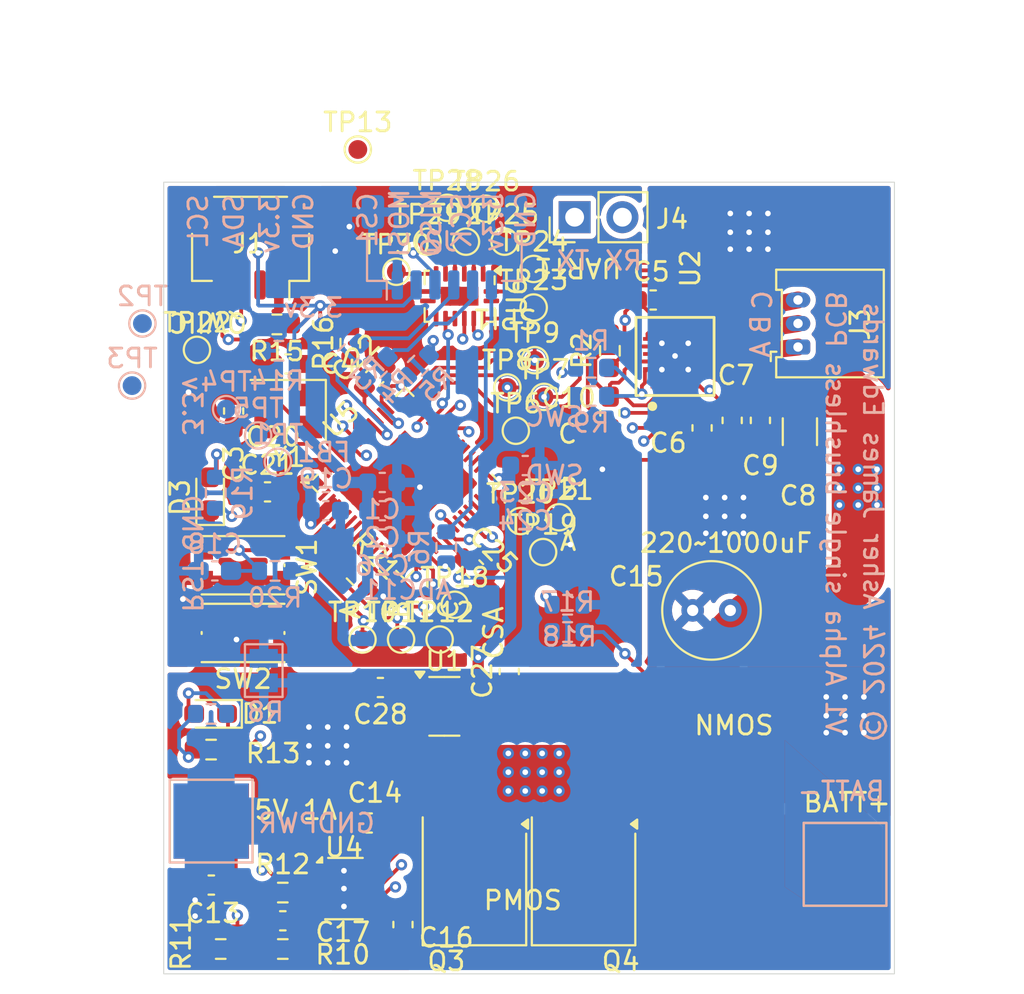
<source format=kicad_pcb>
(kicad_pcb (version 20240108) (generator "pcbnew") (generator_version "8.0")
  (layers (0 "F.Cu" signal) (1 "In1.Cu" signal) (2 "In2.Cu" signal) (31 "B.Cu" signal) (34 "B.Paste" user) (35 "F.Paste" user) (36 "B.SilkS" user "B.Silkscreen") (37 "F.SilkS" user "F.Silkscreen") (38 "B.Mask" user) (39 "F.Mask" user) (44 "Edge.Cuts" user))
  (net 0 "")
  (net 1 "VDD")
  (net 2 "GND")
  (net 3 "/MOTORPWR")
  (net 4 "GNDPWR")
  (net 5 "Net-(U2-CP)")
  (net 6 "Net-(U5-XTAL_P)")
  (net 7 "Net-(U5-XTAL_N)")
  (net 8 "Net-(U2-SLEEP_N)")
  (net 9 "/DRV8311/RegulatorOut")
  (net 10 "Net-(C19-Pad1)")
  (net 11 "/PSU/LDO 4.9v")
  (net 12 "Net-(U2-GAIN)")
  (net 13 "/1CSA-B")
  (net 14 "/1A")
  (net 15 "/1CSA-A")
  (net 16 "/1CSA-C")
  (net 17 "/1C")
  (net 18 "/CS1")
  (net 19 "/1B")
  (net 21 "/DRV8311/FAULT")
  (net 22 "/PSU/BATT+")
  (net 23 "/PSU/IN")
  (net 24 "Net-(D1-A)")
  (net 25 "/PSU/~{CHG}")
  (net 26 "/UART0_TX")
  (net 27 "/SDA1")
  (net 28 "/UART0_RX")
  (net 29 "/SCL1")
  (net 30 "Net-(U5-MTDI)")
  (net 31 "Net-(J3-Pin_3)")
  (net 32 "Net-(J3-Pin_2)")
  (net 33 "Net-(J3-Pin_1)")
  (net 34 "Net-(U5-MTDO)")
  (net 35 "Net-(U5-MTCK)")
  (net 36 "/NRST")
  (net 37 "/MOSI1")
  (net 38 "/CS4")
  (net 39 "/MISO1")
  (net 40 "/CS3")
  (net 41 "Net-(U5-GPIO12)")
  (net 42 "/SCK1")
  (net 43 "/CS2")
  (net 44 "/VBATT")
  (net 45 "Net-(U5-GPIO3)")
  (net 46 "Net-(U5-GPIO0)")
  (net 47 "/CS0")
  (net 48 "Net-(U5-SPICLK_P)")
  (net 49 "Net-(Q3-G)")
  (net 50 "unconnected-(U5-GPIO5-Pad10)")
  (net 52 "Net-(U4-TS)")
  (net 53 "Net-(U4-ISET)")
  (net 56 "Net-(U5-GPIO9)")
  (net 57 "Net-(U5-GPIO19{slash}USB_D-)")
  (net 58 "Net-(U5-GPIO20{slash}USB_D+)")
  (net 59 "Net-(U5-GPIO21)")
  (net 60 "Net-(U5-GPIO46)")
  (net 61 "Net-(D3-A)")
  (net 62 "/LED")
  (net 63 "Net-(U6-QA)")
  (net 64 "Net-(U6-QB)")
  (net 65 "Net-(U6-QC)")
  (net 66 "Net-(U6-QD)")
  (net 67 "Net-(U6-QE)")
  (net 68 "Net-(U6-QF)")
  (net 69 "Net-(U6-QG)")
  (net 70 "Net-(U6-QH)")
  (net 72 "Net-(U5-GPIO34)")
  (net 78 "Net-(U5-GPIO35)")
  (net 81 "Net-(U5-GPIO33)")
  (footprint "Resistor_SMD:R_0603_1608Metric_Pad0.98x0.95mm_HandSolder" (layer "F.Cu") (at 129.0125 125.9)
    (property "Reference" "R12")
    (property "Value" "1k")
  )
  (footprint "Capacitor_SMD:C_0603_1608Metric_Pad1.08x0.95mm_HandSolder" (layer "F.Cu") (at 126.4 100.3 90)
    (property "Reference" "C3")
    (property "Value" "16pF")
  )
  (footprint "TestPoint:TestPoint_Pad_D1.0mm" (layer "F.Cu") (at 140.8 91.3)
    (property "Reference" "TP25")
    (property "Value" "~")
  )
  (footprint "Crystal:Crystal_SMD_3225-4Pin_3.2x2.5mm" (layer "F.Cu") (at 129.3 100.3 180)
    (property "Reference" "Y1")
    (property "Value" "40mhz, 10ppm")
  )
  (footprint "TestPoint:TestPoint_Pad_D1.0mm" (layer "F.Cu") (at 137.35 112.45)
    (property "Reference" "TP12")
    (property "Value" "~")
  )
  (footprint "TestPoint:TestPoint_Pad_D1.0mm" (layer "F.Cu") (at 135.3 112.45)
    (property "Reference" "TP11")
    (property "Value" "~")
  )
  (footprint "Capacitor_SMD:C_0603_1608Metric_Pad1.08x0.95mm_HandSolder" (layer "F.Cu") (at 146.4 100.4 90)
    (property "Reference" "C10")
    (property "Value" "0.1uF")
  )
  (footprint "TestPoint:TestPoint_Pad_D1.0mm" (layer "F.Cu") (at 133 86.4)
    (property "Reference" "TP13")
    (property "Value" "TestPoint")
  )
  (footprint "Capacitor_SMD:C_0603_1608Metric_Pad1.08x0.95mm_HandSolder" (layer "F.Cu") (at 152.9 100.8 -90)
    (property "Reference" "C7")
    (property "Value" "0.1uF, 16v")
  )
  (footprint "Capacitor_SMD:C_0603_1608Metric" (layer "F.Cu") (at 128.2 104.6)
    (property "Reference" "C21")
    (property "Value" "1uF")
  )
  (footprint "TestPoint:TestPoint_Pad_D1.0mm" (layer "F.Cu") (at 142.85 107.8)
    (property "Reference" "TP19")
    (property "Value" "~")
  )
  (footprint "Connector_JST:JST_SH_SM04B-SRSS-TB_1x04-1MP_P1.00mm_Horizontal" (layer "F.Cu") (at 127.3 91.6 180)
    (property "Reference" "J1")
    (property "Value" "JST SH SM04B")
  )
  (footprint "Connector_Molex:Molex_PicoBlade_53048-0310_1x03_P1.25mm_Horizontal" (layer "F.Cu") (at 156.4 96.9 90)
    (property "Reference" "J3")
    (property "Value" "Molex_PicoBlade_53048-0310 Horizontal 3P")
  )
  (footprint "Resistor_SMD:R_0603_1608Metric" (layer "F.Cu") (at 132.95 109 -45)
    (property "Reference" "R21")
    (property "Value" "100k")
  )
  (footprint "Capacitor_THT:C_Radial_D5.0mm_H5.0mm_P2.00mm" (layer "F.Cu") (at 152.8 110.9 180)
    (property "Reference" "C15")
    (property "Value" "1000uF, 16v")
  )
  (footprint "Capacitor_SMD:C_0603_1608Metric_Pad1.08x0.95mm_HandSolder" (layer "F.Cu") (at 129.0125 127.4)
    (property "Reference" "C17")
    (property "Value" "1uF")
  )
  (footprint "LED_SMD:LED_0603_1608Metric_Pad1.05x0.95mm_HandSolder" (layer "F.Cu") (at 125.175 116.4 180)
    (property "Reference" "D1")
    (property "Value" "Osram LT Q99G.01 green led")
  )
  (footprint "custom_Power:WSON-10-1EP_2x3mm_P0.5mm_EP0.84x2.4mm_ThermalVias_0.3mm" (layer "F.Cu") (at 132.2625 125.6875)
    (property "Reference" "U4")
    (property "Value" "BQ25060")
  )
  (footprint "Connector_PinHeader_2.54mm:PinHeader_1x02_P2.54mm_Vertical" (layer "F.Cu") (at 144.525 90 90)
    (property "Reference" "J4")
    (property "Value" "Conn_01x02_Pin")
  )
  (footprint "LED_SMD:LED_0603_1608Metric_Pad1.05x0.95mm_HandSolder" (layer "F.Cu") (at 125.15 104.7 90)
    (property "Reference" "D3")
    (property "Value" "Osram LT Q99G.01 green led")
  )
  (footprint "TestPoint:TestPoint_Pad_D1.0mm" (layer "F.Cu") (at 137.75 89.5)
    (property "Reference" "TP28")
    (property "Value" "~")
  )
  (footprint "custom_Driver_Motor:DRV8311_0.3mmVias" (layer "F.Cu") (at 149.862499 97.4 90)
    (property "Reference" "U2")
    (property "Value" "DRV8311HRRWR")
  )
  (footprint "Capacitor_SMD:C_0603_1608Metric_Pad1.08x0.95mm_HandSolder" (layer "F.Cu") (at 154.4 100.8 -90)
    (property "Reference" "C9")
    (property "Value" "0.1uF, 16v")
  )
  (footprint "Resistor_SMD:R_0603_1608Metric_Pad0.98x0.95mm_HandSolder" (layer "F.Cu") (at 125.2 118.3 180)
    (property "Reference" "R13")
    (property "Value" "2k")
  )
  (footprint "TestPoint:TestPoint_Pad_D1.0mm" (layer "F.Cu") (at 140.95 99.05)
    (property "Reference" "TP8")
    (property "Value" "~")
  )
  (footprint "TestPoint:TestPoint_Pad_D1.0mm" (layer "F.Cu") (at 142.4 97.6)
    (property "Reference" "TP9")
    (property "Value" "~")
  )
  (footprint "Package_DFN_QFN:PQFN-8-EP_6x5mm_P1.27mm_Generic" (layer "F.Cu") (at 145 125 -90)
    (property "Reference" "Q4")
    (property "Value" "PMOS")
  )
  (footprint "Button_Switch_SMD:SW_Push_1P1T_NO_CK_KMR2" (layer "F.Cu") (at 126.9 112.1 180)
    (property "Reference" "SW2")
    (property "Value" "SW_Push")
  )
  (footprint "Capacitor_SMD:C_0603_1608Metric" (layer "F.Cu") (at 139.2 108.7 -45)
    (property "Reference" "C25")
    (property "Value" "0.1uF")
  )
  (footprint "Capacitor_SMD:C_0603_1608Metric" (layer "F.Cu") (at 134.2 115 180)
    (property "Reference" "C28")
    (property "Value" "22uf")
  )
  (footprint "TestPoint:TestPoint_Pad_D1.0mm" (layer "F.Cu") (at 143.7 105.95)
    (property "Reference" "TP21")
    (property "Value" "~")
  )
  (footprint "TestPoint:TestPoint_Pad_D1.0mm" (layer "F.Cu") (at 136.7 91.3)
    (property "Reference" "TP29")
    (property "Value" "~")
  )
  (footprint "Resistor_SMD:R_0603_1608Metric_Pad0.98x0.95mm_HandSolder" (layer "F.Cu") (at 125.7125 128.9 180)
    (property "Reference" "R11")
    (property "Value" "230ohm")
  )
  (footprint "Capacitor_SMD:C_0603_1608Metric" (layer "F.Cu") (at 128.5 103.1)
    (property "Reference" "C20")
    (property "Value" "0.1uF")
  )
  (footprint "TestPoint:TestPoint_Pad_4.0x4.0mm" (layer "F.Cu") (at 158.9 124.4)
    (property "Reference" "H1")
    (property "Value" "4mm_Pad")
  )
  (footprint "Capacitor_SMD:C_0603_1608Metric_Pad1.08x0.95mm_HandSolder" (layer "F.Cu") (at 148.7 94.4 180)
    (property "Reference" "C5")
    (property "Value" "4.7uF")
  )
  (footprint "TestPoint:TestPoint_Pad_D1.0mm" (layer "F.Cu") (at 133.25 112.45)
    (property "Reference" "TP10")
    (property "Value" "~")
  )
  (footprint "TestPoint:TestPoint_Pad_D1.0mm" (layer "F.Cu") (at 142.35 92.75)
    (property "Reference" "TP24")
    (property "Value" "~")
  )
  (footprint "TestPoint:TestPoint_Pad_D1.0mm" (layer "F.Cu") (at 141.4 101.35)
    (property "Reference" "TP6")
    (property "Value" "~")
  )
  (footprint "Button_Switch_SMD:SW_Push_1P1T_NO_CK_KMR2" (layer "F.Cu") (at 126.9 108.5 180)
    (property "Reference" "SW1")
    (property "Value" "SW_Push")
  )
  (footprint "Package_DFN_QFN:QFN-56-1EP_7x7mm_P0.4mm_EP4x4mm" (layer "F.Cu") (at 135.5 104.15 45)
    (property "Reference" "U5")
    (property "Value" "ESP32-S3")
  )
  (footprint "TestPoint:TestPoint_Pad_4.0x4.0mm" (layer "F.Cu") (at 125.2125 122.1)
    (property "Reference" "H3")
    (property "Value" "4mm_Pad")
  )
  (footprint "TestPoint:TestPoint_Pad_D1.0mm" (layer "F.Cu") (at 135.05 92.9)
    (property "Reference" "TP30")
    (property "Value" "~")
  )
  (footprint "TestPoint:TestPoint_Pad_D1.0mm" (layer "F.Cu") (at 138.75 91.3)
    (property "Reference" "TP27")
    (property "Value" "~")
  )
  (footprint "Capacitor_SMD:C_0603_1608Metric_Pad1.08x0.95mm_HandSolder" (layer "F.Cu") (at 135.4 127.6 90)
    (property "Reference" "C16")
    (property "Value" "10uF, 16v")
  )
  (footprint "Capacitor_SMD:C_0603_1608Metric" (layer "F.Cu") (at 133.9 98.5 45)
    (property "Reference" "C22")
    (property "Value" "0.1uF")
  )
  (footprint "Resistor_SMD:R_0603_1608Metric_Pad0.98x0.95mm_HandSolder" (layer "F.Cu") (at 146.4 97.1 -90)
    (property "Reference" "R2")
    (property "Value" "47k")
  )
  (footprint "TestPoint:TestPoint_Pad_D1.0mm" (layer "F.Cu") (at 142.35 94.8)
    (property "Reference" "TP23")
    (property "Value" "~")
  )
  (footprint "TestPoint:TestPoint_Pad_D1.0mm" (layer "F.Cu") (at 139.8 89.55)
    (property "Reference" "TP26")
    (property "Value" "~")
  )
  (footprint "Resistor_SMD:R_0603_1608Metric_Pad0.98x0.95mm_HandSolder" (layer "F.Cu") (at 129.0125 128.9 180)
    (property "Reference" "R10")
    (property "Value" "1k")
  )
  (footprint "Capacitor_SMD:C_0603_1608Metric_Pad1.08x0.95mm_HandSolder" (layer "F.Cu") (at 133.6 122.2 180)
    (property "Reference" "C14")
    (property "Value" "10uF, 16v")
  )
  (footprint "Capacitor_SMD:C_0603_1608Metric_Pad1.08x0.95mm_HandSolder" (layer "F.Cu") (at 129.3 97.8 180)
    (property "Reference" "C4")
    (property "Value" "16pF")
  )
  (footprint "Capacitor_SMD:C_0603_1608Metric_Pad1.08x0.95mm_HandSolder" (layer "F.Cu") (at 151.3 101.2 -90)
    (property "Reference" "C6")
    (property "Value" "0.1uF, 16v")
  )
  (footprint "Resistor_SMD:R_0603_1608Metric" (layer "F.Cu") (at 132.6 96.7 90)
    (property "Reference" "R16")
    (property "Value" "10k")
  )
  (footprint "Capacitor_SMD:C_0603_1608Metric" (layer "F.Cu") (at 141.05 114.15 90)
    (property "Reference" "C27")
    (property "Value" "22uf")
  )
  (footprint "Capacitor_SMD:C_1206_3216Metric_Pad1.33x1.80mm_HandSolder" (layer "F.Cu") (at 156.5 101.4 -90)
    (property "Reference" "C8")
    (property "Value" "220uF, 16 v")
  )
  (footprint "TestPoint:TestPoint_Pad_D1.0mm" (layer "F.Cu") (at 138.15 110.6)
    (property "Reference" "TP18")
    (property "Value" "~")
  )
  (footprint "Package_DFN_QFN:PQFN-8-EP_6x5mm_P1.27mm_Generic" (layer "F.Cu") (at 139.2 125 -90)
    (property "Reference" "Q3")
    (property "Value" "PMOS,Si7157DP")
  )
  (footprint "Capacitor_SMD:C_0603_1608Metric_Pad1.08x0.95mm_HandSolder" (layer "F.Cu") (at 125.2125 125.5 180)
    (property "Reference" "C13")
    (property "Value" "10uF, 16v")
  )
  (footprint "Package_TO_SOT_SMD:SOT-23-5" (layer "F.Cu") (at 137.6 116)
    (property "Reference" "U1")
    (property "Value" "AP2112K-3.3")
  )
  (footprint "TestPoint:TestPoint_Pad_D1.0mm" (layer "F.Cu") (at 141.65 106.15)
    (property "Reference" "TP20")
    (property "Value" "~")
  )
  (footprint "Package_DFN_QFN:DHVQFN-16-1EP_2.5x3.5mm_P0.5mm_EP1x2mm" (layer "F.Cu") (at 138.4125 94.2 -90)
    (property "Reference" "U6")
    (property "Value" "74HC595")
  )
  (footprint "TestPoint:TestPoint_Pad_D1.0mm" (layer "F.Cu") (at 124.45 97.05)
    (property "Reference" "TP22")
    (property "Value" "~")
  )
  (footprint "Resistor_SMD:R_0603_1608Metric" (layer "F.Cu") (at 128.7 95.7 180)
    (property "Reference" "R15")
    (property "Value" "10k")
  )
  (footprint "TestPoint:TestPoint_Pad_D1.0mm" (layer "F.Cu") (at 142.9 99.55)
    (property "Reference" "TP7")
    (property "Value" "~")
  )
  (footprint "TestPoint:TestPoint_Pad_D1.0mm" (layer "B.Cu") (at 128.75 103 180)
    (property "Reference" "TP1")
    (property "Value" "TestPoint")
  )
  (footprint "TestPoint:TestPoint_Pad_D1.0mm" (layer "B.Cu") (at 121 98.95 180)
    (property "Reference" "TP3")
    (property "Value" "TestPoint")
  )
  (footprint "Jumper:SolderJumper-2_P1.3mm_Bridged_Pad1.0x1.5mm" (layer "B.Cu") (at 128 114.1 -90)
    (property "Reference" "L1" (hide yes))
    (property "Value" "GND joiner")
  )
  (footprint "Resistor_SMD:R_0603_1608Metric" (layer "B.Cu") (at 145.4 99.5)
    (property "Reference" "R9")
    (property "Value" "150k")
  )
  (footprint "Resistor_SMD:R_0603_1608Metric" (layer "B.Cu") (at 134 98 45)
    (property "Reference" "R4")
    (property "Value" "33ohm")
  )
  (footprint "Resistor_SMD:R_0603_1608Metric" (layer "B.Cu") (at 136.2 97.9 45)
    (property "Reference" "R5")
    (property "Value" "33ohm")
  )
  (footprint "Capacitor_SMD:C_0603_1608Metric" (layer "B.Cu") (at 134.3 105.6)
    (property "Reference" "C2")
    (property "Value" "1uF")
  )
  (footprint "TestPoint:TestPoint_Pad_D1.0mm" (layer "B.Cu") (at 121.55 95.65 180)
    (property "Reference" "TP2")
    (property "Value" "TestPoint")
  )
  (footprint "Resistor_SMD:R_0603_1608Metric" (layer "B.Cu") (at 128.8 97.1 180)
    (property "Reference" "R14")
    (property "Value" "10k")
  )
  (footprint "Resistor_SMD:R_0603_1608Metric" (layer "B.Cu") (at 144.15 110.6 180)
    (property "Reference" "R18")
    (property "Value" "150k")
  )
  (footprint "Resistor_SMD:R_0603_1608Metric" (layer "B.Cu") (at 144.15 112.05)
    (property "Reference" "R17")
    (property "Value" "100k")
  )
  (footprint "Capacitor_SMD:C_0603_1608Metric" (layer "B.Cu") (at 134.3 107.1)
    (property "Reference" "C26")
    (property "Value" "22uF")
  )
  (footprint "Resistor_SMD:R_0603_1608Metric" (layer "B.Cu") (at 128.6 108.8)
    (property "Reference" "R20")
    (property "Value" "10k")
  )
  (footprint "Capacitor_SMD:C_0603_1608Metric_Pad1.08x0.95mm_HandSolder" (layer "B.Cu") (at 125.4 108.8 180)
    (property "Reference" "C18")
    (property "Value" "1uF")
  )
  (footprint "Capacitor_SMD:C_0603_1608Metric" (layer "B.Cu") (at 141.9 103.2)
    (property "Reference" "C23")
    (property "Value" "0.1uF")
  )
  (footprint "Resistor_SMD:R_0603_1608Metric" (layer "B.Cu") (at 145.4 98 180)
    (property "Reference" "R1")
    (property "Value" "100k")
  )
  (footprint "Resistor_SMD:R_0603_1608Metric" (layer "B.Cu") (at 132.5 97.3 45)
    (property "Reference" "R3")
    (property "Value" "33ohm")
  )
  (footprint "Capacitor_SMD:C_0603_1608Metric" (layer "B.Cu") (at 134.3 104.1)
    (property "Reference" "C1")
    (property "Value" "1uF")
  )
  (footprint "TestPoint:TestPoint_Pad_D1.0mm" (layer "B.Cu") (at 127.7 101.6 180)
    (property "Reference" "TP5")
    (property "Value" "TestPoint")
  )
  (footprint "TestPoint:TestPoint_Pad_4.0x4.0mm" (layer "B.Cu") (at 125.2 122.1 90)
    (property "Reference" "H4")
    (property "Value" "4mm_Pad")
  )
  (footprint "TestPoint:TestPoint_Pad_D1.0mm" (layer "B.Cu") (at 126 100.2 180)
    (property "Reference" "TP4")
    (property "Value" "TestPoint")
  )
  (footprint "Connector_JST:JST_SH_SM06B-SRSS-TB_1x06-1MP_P1.00mm_Horizontal" (layer "B.Cu") (at 137.6 91.6)
    (property "Reference" "J2")
    (property "Value" "7 pin FPC 0.3mm")
  )
  (footprint "Inductor_SMD:L_0603_1608Metric" (layer "B.Cu") (at 131.3 104.1)
    (property "Reference" "FB1")
    (property "Value" "120ohm imp @100mhz")
  )
  (footprint "Capacitor_SMD:C_0603_1608Metric" (layer "B.Cu") (at 131.3 105.6)
    (property "Reference" "C19")
    (property "Value" "0.1uF")
  )
  (footprint "Resistor_SMD:R_0603_1608Metric" (layer "B.Cu") (at 125.45 104.65 90)
    (property "Reference" "R19")
    (property "Value" "80.6 ohm")
  )
  (footprint "Resistor_SMD:R_0603_1608Metric" (layer "B.Cu") (at 137.7 107.55 -90)
    (property "Reference" "R6")
    (property "Value" "33ohm")
  )
  (footprint "Capacitor_SMD:C_0603_1608Metric" (layer "B.Cu") (at 141.9 104.7)
    (property "Reference" "C24")
    (property "Value" "1uF")
  )
  (footprint "TestPoint:TestPoint_Pad_4.0x4.0mm" (layer "B.Cu") (at 158.9 124.4 180)
    (property "Reference" "H2")
    (property "Value" "4mm_Pad")
  )
  (footprint "Resistor_SMD:R_0603_1608Metric" (layer "B.Cu") (at 125.2 116.4)
    (property "Reference" "R8")
    (property "Value" "402 ohm")
  )
  (gr_line (start 156.4 95.65) (end 153.7 96.075) (stroke (width 0.9)) (layer "F.Cu") (net 32))
  (gr_line (start 156.4 96.9) (end 153.8 97.2) (stroke (width 0.9)) (layer "F.Cu") (net 33))
  (gr_line (start 156.4 94.4) (end 153.4 95) (stroke (width 0.9)) (layer "F.Cu") (net 31))
  (gr_rect (start 122.682 88.138) (end 161.524 130.219) (stroke (width 0.05)) (fill none) (layer "Edge.Cuts"))
  (gr_text "MOSI" (at 135.8 88.4 90) (layer "B.SilkS") (effects (font (size 1 1)) (justify left bottom mirror)))
  (gr_text "ADC11" (at 138.1 110.4 0) (layer "B.SilkS") (effects (font (size 1 1)) (justify left bottom mirror)))
  (gr_text "GND" (at 123.6 107.9 -90) (layer "B.SilkS") (effects (font (size 1 1)) (justify left bottom mirror)))
  (gr_text "C" (at 155.1 93.8 90) (layer "B.SilkS") (effects (font (size 1 1)) (justify left bottom mirror)))
  (gr_text "SWD" (at 145.1 104.3 0) (layer "B.SilkS") (effects (font (size 1 1)) (justify left bottom mirror)))
  (gr_text "SCK" (at 139.1 88.6 90) (layer "B.SilkS") (effects (font (size 1 1)) (justify left bottom mirror)))
  (gr_text "RX" (at 148.2 92.9 0) (layer "B.SilkS") (effects (font (size 1 1)) (justify left bottom mirror)))
  (gr_text "GND" (at 130.7 88.6 90) (layer "B.SilkS") (effects (font (size 1 1)) (justify left bottom mirror)))
  (gr_text "V1 Alpha single brushless PCB" (at 157.8 117.6 -90) (layer "B.SilkS") (effects (font (size 1 1)) (justify left bottom mirror)))
  (gr_text "3.3v" (at 132.3 95.4 0) (layer "B.SilkS") (effects (font (size 1 1)) (justify left bottom mirror)))
  (gr_text "3.3v" (at 140.8 88.6 90) (layer "B.SilkS") (effects (font (size 1 1)) (justify left bottom mirror)))
  (gr_text "SDA" (at 127 88.7 90) (layer "B.SilkS") (effects (font (size 1 1)) (justify left bottom mirror)))
  (gr_text "B" (at 155 95.1 90) (layer "B.SilkS") (effects (font (size 1 1)) (justify left bottom mirror)))
  (gr_text "RST" (at 123.6 111.1 -90) (layer "B.SilkS") (effects (font (size 1 1)) (justify left bottom mirror)))
  (gr_text "A" (at 155 96.5 90) (layer "B.SilkS") (effects (font (size 1 1)) (justify left bottom mirror)))
  (gr_text "GNDPWR" (at 134 122.8 0) (layer "B.SilkS") (effects (font (size 1 1)) (justify left bottom mirror)))
  (gr_text "© 2024 Asher James Edwards" (at 159.8 118 -90) (layer "B.SilkS") (effects (font (size 1 1)) (justify left bottom mirror)))
  (gr_text "3.3v" (at 123.6 101.7 270) (layer "B.SilkS") (effects (font (size 1 1)) (justify left bottom mirror)))
  (gr_text "SWC" (at 145.1 101.2 0) (layer "B.SilkS") (effects (font (size 1 1)) (justify left bottom mirror)))
  (gr_text "3.3v" (at 128.9 88.7 90) (layer "B.SilkS") (effects (font (size 1 1)) (justify left bottom mirror)))
  (gr_text "TX" (at 145.4 92.9 0) (layer "B.SilkS") (effects (font (size 1 1)) (justify left bottom mirror)))
  (gr_text "MISO" (at 137.5 88.4 90) (layer "B.SilkS") (effects (font (size 1 1)) (justify left bottom mirror)))
  (gr_text "CS1" (at 134.1 88.6 90) (layer "B.SilkS") (effects (font (size 1 1)) (justify left bottom mirror)))
  (gr_text "BATT-" (at 161.1 121.1 0) (layer "B.SilkS") (effects (font (size 1 1)) (justify left bottom mirror)))
  (gr_text "GND" (at 142.5 88.5 90) (layer "B.SilkS") (effects (font (size 1 1)) (justify left bottom mirror)))
  (gr_text "SCL" (at 125.1 88.7 90) (layer "B.SilkS") (effects (font (size 1 1)) (justify left bottom mirror)))
  (gr_text "CSA" (at 140.8 113.6 90) (layer "F.SilkS") (effects (font (size 1 1)) (justify left bottom)))
  (gr_text "C" (at 138.4 111.45 90) (layer "F.SilkS") (effects (font (size 1 1)) (justify left bottom)))
  (gr_text "C" (at 143.55 102.1 0) (layer "F.SilkS") (effects (font (size 1 1)) (justify left bottom)))
  (gr_text "PMOS" (at 139.6 126.9 0) (layer "F.SilkS") (effects (font (size 1 1)) (justify left bottom)))
  (gr_text "BATT+" (at 156.6 121.7 0) (layer "F.SilkS") (effects (font (size 1 1)) (justify left bottom)))
  (gr_text "B" (at 135.8 111.45 90) (layer "F.SilkS") (effects (font (size 1 1)) (justify left bottom)))
  (gr_text "A" (at 133.2 111.45 90) (layer "F.SilkS") (effects (font (size 1 1)) (justify left bottom)))
  (gr_text "A" (at 143.65 107.8 0) (layer "F.SilkS") (effects (font (size 1 1)) (justify left bottom)))
  (gr_text "QWIIC" (at 127.2 95 180) (layer "F.SilkS") (effects (font (size 1 1)) (justify left bottom)))
  (gr_text "220~1000uF" (at 147.9 107.9 0) (layer "F.SilkS") (effects (font (size 1 1)) (justify left bottom)))
  (gr_text "B" (at 143.65 105 0) (layer "F.SilkS") (effects (font (size 1 1)) (justify left bottom)))
  (gr_text "NMOS" (at 150.8 117.6 0) (layer "F.SilkS") (effects (font (size 1 1)) (justify left bottom)))
  (gr_text "UART1" (at 147.1 92.1 180) (layer "F.SilkS") (effects (font (size 1 1)) (justify left bottom)))
  (gr_text "5V 1A" (at 127.4125 122.1 0) (layer "F.SilkS") (effects (font (size 1 1)) (justify left bottom)))
  (gr_text "SPI1" (at 142.6 94.8 180) (layer "F.SilkS") (effects (font (size 1 1)) (justify left bottom)))
  (segment (start 133.351992 98.276992) (end 132.6 97.525) (width 0.2) (layer "F.Cu") (net 1))
  (segment (start 140.15 115.05) (end 138.7375 115.05) (width 0.6) (layer "F.Cu") (net 1))
  (segment (start 140.5 103.9) (end 140.129037 103.9) (width 0.2) (layer "F.Cu") (net 1))
  (segment (start 129.275 103.1) (end 131.055887 103.1) (width 0.6) (layer "F.Cu") (net 1))
  (segment (start 131 94.7) (end 131 95.85) (width 0.2) (layer "F.Cu") (net 1))
  (segment (start 133.351992 99.048008) (end 133.351992 100.022093) (width 0.2) (layer "F.Cu") (net 1))
  (segment (start 127.7 91.9) (end 127.7 93.5) (width 0.2) (layer "F.Cu") (net 1))
  (segment (start 133.351992 100.022093) (end 134.050431 100.720532) (width 0.2) (layer "F.Cu") (net 1))
  (segment (start 131 94.7) (end 130 95.7) (width 0.2) (layer "F.Cu") (net 1))
  (segment (start 139.4 113.4) (end 139.4 114.3) (width 0.6) (layer "F.Cu") (net 1))
  (segment (start 140.925 115.05) (end 138.7375 115.05) (width 0.6) (layer "F.Cu") (net 1))
  (segment (start 138.651992 108.866524) (end 138.356629 109.161887) (width 0.2) (layer "F.Cu") (net 1))
  (segment (start 132.6 97.45) (end 132.6 97.525) (width 0.2) (layer "F.Cu") (net 1))
  (segment (start 138.651992 108.151992) (end 138.651992 108.15052) (width 0.2) (layer "F.Cu") (net 1))
  (segment (start 131 95.85) (end 132.6 97.45) (width 0.2) (layer "F.Cu") (net 1))
  (segment (start 133.351992 99.048008) (end 133.351992 98.276992) (width 0.2) (layer "F.Cu") (net 1))
  (segment (start 128.975 103.4) (end 129.275 103.1) (width 0.6) (layer "F.Cu") (net 1))
  (segment (start 138.651992 108.15052) (end 137.515254 107.013782) (width 0.2) (layer "F.Cu") (net 1))
  (segment (start 130 95.7) (end 129.484448 95.7) (width 0.2) (layer "F.Cu") (net 1))
  (segment (start 128.975 104.6) (end 128.975 103.4) (width 0.6) (layer "F.Cu") (net 1))
  (segment (start 141.05 114.925) (end 140.925 115.05) (width 0.6) (layer "F.Cu") (net 1))
  (segment (start 127.7 93.5) (end 127.8 93.6) (width 0.2) (layer "F.Cu") (net 1))
  (segment (start 139.4 114.3) (end 140.15 115.05) (width 0.6) (layer "F.Cu") (net 1))
  (segment (start 138.651992 108.151992) (end 138.651992 108.866524) (width 0.2) (layer "F.Cu") (net 1))
  (segment (start 131.055887 103.1) (end 131.363426 103.407539) (width 0.6) (layer "F.Cu") (net 1))
  (segment (start 140.129037 103.9) (end 139.777996 103.548959) (width 0.2) (layer "F.Cu") (net 1))
  (via (at 139.4 113.4) (size 0.6) (drill 0.3) (layers "F.Cu" "B.Cu") (net 1))
  (via (at 140.5 103.9) (size 0.6) (drill 0.3) (layers "F.Cu" "B.Cu") (net 1))
  (via (at 138.356629 109.161887) (size 0.6) (drill 0.3) (layers "F.Cu" "B.Cu") (net 1))
  (via (at 131 94.7) (size 0.6) (drill 0.3) (layers "F.Cu" "B.Cu") (net 1))
  (via (at 127.7 91.9) (size 0.6) (drill 0.3) (layers "F.Cu" "B.Cu") (net 1))
  (segment (start 130.068629 108.8) (end 129.425 108.8) (width 0.6) (layer "B.Cu") (net 1))
  (segment (start 132.209315 110.940685) (end 133.525 109.625) (width 0.6) (layer "B.Cu") (net 1))
  (segment (start 141.075 103.2) (end 141.075 103.325) (width 0.2) (layer "B.Cu") (net 1))
  (segment (start 132.0875 104.1) (end 133.525 104.1) (width 0.6) (layer "B.Cu") (net 1))
  (segment (start 138.5 112.5) (end 132.35 112.5) (width 0.6) (layer "B.Cu") (net 1))
  (segment (start 129.625 97.1) (end 129.8 97.1) (width 0.2) (layer "B.Cu") (net 1))
  (segment (start 129.625 96.075) (end 129.625 97.1) (width 0.2) (layer "B.Cu") (net 1))
  (segment (start 139.4 113.4) (end 138.5 112.5) (width 0.6) (layer "B.Cu") (net 1))
  (segment (start 140.936887 109.161887) (end 141.125 109.35) (width 0.2) (layer "B.Cu") (net 1))
  (segment (start 135.415552 94.7) (end 136.1 94.015552) (width 0.2) (layer "B.Cu") (net 1))
  (segment (start 127.75 94.7) (end 127.7 94.65) (width 0.2) (layer "B.Cu") (net 1))
  (segment (start 127.75 94.7) (end 131 94.7) (width 0.2) (layer "B.Cu") (net 1))
  (segment (start 141.075 104.7) (end 141.075 103.2) (width 0.6) (layer "B.Cu") (net 1))
  (segment (start 131 94.7) (end 135.415552 94.7) (width 0.2) (layer "B.Cu") (net 1))
  (segment (start 141.075 103.325) (end 140.5 103.9) (width 0.2) (layer "B.Cu") (net 1))
  (segment (start 132.35 112.5) (end 132.209315 112.359315) (width 0.6) (layer "B.Cu") (net 1))
  (segment (start 132.0875 103.4875) (end 129.625 101.025) (width 0.6) (layer "B.Cu") (net 1))
  (segment (start 136.1 94.015552) (end 136.1 93.6) (width 0.2) (layer "B.Cu") (net 1))
  (segment (start 133.525 104.1) (end 133.525 107.1) (width 0.6) (layer "B.Cu") (net 1))
  (segment (start 131 94.7) (end 129.625 96.075) (width 0.2) (layer "B.Cu") (net 1))
  (segment (start 139.4 113.4) (end 141.125 111.675) (width 0.6) (layer "B.Cu") (net 1))
  (segment (start 132.0875 104.1) (end 132.0875 103.4875) (width 0.6) (layer "B.Cu") (net 1))
  (segment (start 127.7 94.65) (end 127.7 91.9) (width 0.2) (layer "B.Cu") (net 1))
  (segment (start 141.125 111.675) (end 141.125 109.35) (width 0.6) (layer "B.Cu") (net 1))
  (segment (start 132.209315 110.940685) (end 130.068629 108.8) (width 0.6) (layer "B.Cu") (net 1))
  (segment (start 132.209315 112.359315) (end 132.209315 110.940685) (width 0.6) (layer "B.Cu") (net 1))
  (segment (start 141.125 109.35) (end 141.125 104.7) (width 0.6) (layer "B.Cu") (net 1))
  (segment (start 133.525 109.625) (end 133.525 107.1) (width 0.6) (layer "B.Cu") (net 1))
  (segment (start 129.625 101.025) (end 129.625 97.1) (width 0.6) (layer "B.Cu") (net 1))
  (segment (start 138.356629 109.161887) (end 140.936887 109.161887) (width 0.2) (layer "B.Cu") (net 1))
  (segment (start 127.85 127.7) (end 128.15 127.4) (width 0.2) (layer "F.Cu") (net 2))
  (segment (start 126 127.7) (end 124.8 128.9) (width 0.2) (layer "F.Cu") (net 2))
  (segment (start 130.1 101.15) (end 128.4 99.45) (width 0.2) (layer "F.Cu") (net 2))
  (segment (start 128.437499 99.212501) (end 128.2 99.45) (width 0.2) (layer "F.Cu") (net 2))
  (segment (start 126.6 127.1) (end 126.6 127.7) (width 0.2) (layer "F.Cu") (net 2))
  (segment (start 126.6 127.7) (end 126.4 127.7) (width 0.2) (layer "F.Cu") (net 2))
  (segment (start 128.15 125.95) (end 128.15 127.4) (width 0.2) (layer "F.Cu") (net 2))
  (segment (start 147.308278 93.625) (end 146.4 94.533278) (width 0.2) (layer "F.Cu") (net 2))
  (segment (start 128.4 99.45) (end 128.2 99.45) (width 0.2) (layer "F.Cu") (net 2))
  (segment (start 135 125.6) (end 134.8 125.6) (width 0.2) (layer "F.Cu") (net 2))
  (segment (start 134.2125 126.1875) (end 133.2125 126.1875) (width 0.2) (layer "F.Cu") (net 2))
  (segment (start 152.9 101.766723) (end 152.9 101.662501) (width 0.2) (layer "F.Cu") (net 2))
  (segment (start 126.4 99.437499) (end 128.187499 99.437499) (width 0.2) (layer "F.Cu") (net 2))
  (segment (start 146.4 101.262501) (end 146.4 101.4) (width 0.2) (layer "F.Cu") (net 2))
  (segment (start 148.7875 93.625) (end 147.308278 93.625) (width 0.2) (layer "F.Cu") (net 2))
  (segment (start 145.225 99.325) (end 145.225 100.087501) (width 0.2) (layer "F.Cu") (net 2))
  (segment (start 151.766722 102.900001) (end 152.9 101.766723) (width 0.2) (layer "F.Cu") (net 2))
  (segment (start 149.862499 94.699999) (end 149.5625 94.4) (width 0.2) (layer "F.Cu") (net 2))
  (segment (start 128.949499 93.6) (end 128.80935 93.459851) (width 0.2) (layer "F.Cu") (net 2))
  (segment (start 126.6 127.7) (end 127.85 127.7) (width 0.2) (layer "F.Cu") (net 2))
  (segment (start 146.4 101.4) (end 147.900001 102.900001) (width 0.2) (layer "F.Cu") (net 2))
  (segment (start 145.225 97.3625) (end 146.4 96.1875) (width 0.2) (layer "F.Cu") (net 2))
  (segment (start 145.225 100.087501) (end 146.4 101.262501) (width 0.2) (layer "F.Cu") (net 2))
  (segment (start 134.8 125.6) (end 134.2125 126.1875) (width 0.2) (layer "F.Cu") (net 2))
  (segment (start 126.4 127.7) (end 126 127.7) (width 0.2) (layer "F.Cu") (net 2))
  (segment (start 149.862499 95.934999) (end 149.862499 94.699999) (width 0.2) (layer "F.Cu") (net 2))
  (segment (start 128.437499 97.8) (end 128.437499 99.212501) (width 0.2) (layer "F.Cu") (net 2))
  (segment (start 147.900001 102.900001) (end 151.766722 102.900001) (width 0.2) (layer "F.Cu") (net 2))
  (segment (start 130.4 101.15) (end 130.1 101.15) (width 0.2) (layer "F.Cu") (net 2))
  (segment (start 128.187499 99.437499) (end 128.2 99.45) (width 0.2) (layer "F.Cu") (net 2))
  (segment (start 145.225 99.325) (end 145.225 97.3625) (width 0.2) (layer "F.Cu") (net 2))
  (segment (start 149.5625 94.4) (end 148.7875 93.625) (width 0.2) (layer "F.Cu") (net 2))
  (segment (start 128.1 125.9) (end 128.15 125.95) (width 0.2) (layer "F.Cu") (net 2))
  (segment (start 146.4 94.533278) (end 146.4 96.1875) (width 0.2) (layer "F.Cu") (net 2))
  (via (at 124 99.3) (size 0.6) (drill 0.3) (layers "F.Cu" "B.Cu") (net 2))
  (via (at 136.3 104.35) (size 0.6) (drill 0.3) (layers "F.Cu" "B.Cu") (net 2))
  (via (at 123.7 110.3) (size 0.6) (drill 0.3) (layers "F.Cu" "B.Cu") (net 2))
  (via (at 146 103.4) (size 0.6) (drill 0.3) (layers "F.Cu" "B.Cu") (net 2))
  (via (at 131.8 91.8) (size 0.6) (drill 0.3) (layers "F.Cu" "B.Cu") (net 2))
  (via (at 126.6 127.1) (size 0.6) (drill 0.3) (layers "F.Cu" "B.Cu") (net 2))
  (via (at 134.35 110.15) (size 0.6) (drill 0.3) (layers "F.Cu" "B.Cu") (net 2))
  (via (at 135 125.6) (size 0.6) (drill 0.3) (layers "F.Cu" "B.Cu") (net 2))
  (via (at 132.55 90.5) (size 0.6) (drill 0.3) (layers "F.Cu" "B.Cu") (net 2))
  (via (at 144.3 107.4) (size 0.6) (drill 0.3) (layers "F.Cu" "B.Cu") (net 2))
  (via (at 126.55 112.45) (size 0.6) (drill 0.3) (layers "F.Cu" "B.Cu") (net 2))
  (segment (start 136.4625 116.95) (end 135.800001 116.95) (width 0.6) (layer "F.Cu") (net 3))
  (segment (start 152.125 101.237501) (end 151.3 102.062501) (width 0.2) (layer "F.Cu") (net 3))
  (segment (start 152.9 99.937499) (end 152.125 100.712499) (width 0.2) (layer "F.Cu") (net 3))
  (segment (start 136.4625 115.05) (end 135.025 115.05) (width 0.6) (layer "F.Cu") (net 3))
  (segment (start 151.7 99.2) (end 152.4375 99.9375) (width 0.2) (layer "F.Cu") (net 3))
  (segment (start 147.3 119.5) (end 148.2 118.6) (width 2.814) (layer "F.Cu") (net 3))
  (segment (start 136.7 119.5) (end 147.3 119.5) (width 2.814) (layer "F.Cu") (net 3))
  (segment (start 136.7 119.5) (end 136.4625 119.2625) (width 0.6) (layer "F.Cu") (net 3))
  (segment (start 151.7 99.2) (end 151.397498 99.2) (width 0.2) (layer "F.Cu") (net 3))
  (segment (start 136.815552 116.95) (end 137.45 116.315552) (width 0.2) (layer "F.Cu") (net 3))
  (segment (start 148.2 117) (end 148.2 114.2) (width 0.2) (layer "F.Cu") (net 3))
  (segment (start 154.4 99.9375) (end 156.4 99.9375) (width 0.2) (layer "F.Cu") (net 3))
  (segment (start 159.6 109) (end 159.6 99.975) (width 2.814) (layer "F.Cu") (net 3))
  (segment (start 136.4625 116.95) (end 136.815552 116.95) (width 0.2) (layer "F.Cu") (net 3))
  (segment (start 136.4625 119.2625) (end 136.4625 116.95) (width 0.6) (layer "F.Cu") (net 3))
  (segment (start 152.9 100.296016) (end 152.9 99.937499) (width 0.2) (layer "F.Cu") (net 3))
  (segment (start 137.124999 115.05) (end 136.4625 115.05) (width 0.2) (layer "F.Cu") (net 3))
  (segment (start 134.4 123.3) (end 134.4 120.9) (width 1) (layer "F.Cu") (net 3))
  (segment (start 153.9 111.3) (end 157.3 111.3) (width 2.814) (layer "F.Cu") (net 3))
  (segment (start 137.45 116.315552) (end 137.45 115.375001) (width 0.2) (layer "F.Cu") (net 3))
  (segment (start 134.4 123.3) (end 133.9 123.8) (width 1) (layer "F.Cu") (net 3))
  (segment (start 156.4 99.9375) (end 156.5 99.8375) (width 0.2) (layer "F.Cu") (net 3))
  (segment (start 148.2 117) (end 153.9 111.3) (width 2.814) (layer "F.Cu") (net 3))
  (segment (start 134.4 120.9) (end 135 120.3) (width 1) (layer "F.Cu") (net 3))
  (segment (start 152.4375 99.9375) (end 154.4 99.9375) (width 0.2) (layer "F.Cu") (net 3))
  (segment (start 159.6 99.975) (end 158.8625 99.2375) (width 2.814) (layer "F.Cu") (net 3))
  (segment (start 137.45 115.375001) (end 137.124999 115.05) (width 0.2) (layer "F.Cu") (net 3))
  (segment (start 151.397498 99.2) (end 151.062499 98.865001) (width 0.2) (layer "F.Cu") (net 3))
  (segment (start 148.2 118.6) (end 148.2 117) (width 2.814) (layer "F.Cu") (net 3))
  (segment (start 148.2 114.2) (end 147.2 113.2) (width 0.2) (layer "F.Cu") (net 3))
  (segment (start 152.125 100.712499) (end 152.125 101.237501) (width 0.2) (layer "F.Cu") (net 3))
  (segment (start 158.8625 99.2375) (end 156.2 99.2375) (width 2.814) (layer "F.Cu") (net 3))
  (segment (start 135.025 115.05) (end 134.975 115) (width 0.6) (layer "F.Cu") (net 3))
  (segment (start 157.3 111.3) (end 159.6 109) (width 2.814) (layer "F.Cu") (net 3))
  (via (at 158.6 103.4) (size 0.6) (drill 0.3) (layers "F.Cu" "B.Cu") (net 3))
  (via (at 158.6 105.3) (size 0.6) (drill 0.3) (layers "F.Cu" "B.Cu") (net 3))
  (via (at 142.8 118.5) (size 0.6) (drill 0.3) (layers "F.Cu" "B.Cu") (net 3))
  (via (at 159.6 103.4) (size 0.6) (drill 0.3) (layers "F.Cu" "B.Cu") (net 3))
  (via (at 142.8 120.5) (size 0.6) (drill 0.3) (layers "F.Cu" "B.Cu") (net 3))
  (via (at 143.7 118.5) (size 0.6) (drill 0.3) (layers "F.Cu" "B.Cu") (net 3))
  (via (at 143.85 98.25) (size 0.6) (drill 0.3) (layers "F.Cu" "B.Cu") (net 3))
  (via (at 141.9 118.5) (size 0.6) (drill 0.3) (layers "F.Cu" "B.Cu") (net 3))
  (via (at 151.7 99.2) (size 0.6) (drill 0.3) (layers "F.Cu" "B.Cu") (net 3))
  (via (at 147.2 113.2) (size 0.6) (drill 0.3) (layers "F.Cu" "B.Cu") (net 3))
  (via (at 158.6 104.4) (size 0.6) (drill 0.3) (layers "F.Cu" "B.Cu") (net 3))
  (via (at 141.9 119.5) (size 0.6) (drill 0.3) (layers "F.Cu" "B.Cu") (net 3))
  (via (at 141.9 120.5) (size 0.6) (drill 0.3) (layers "F.Cu" "B.Cu") (net 3))
  (via (at 159.6 105.3) (size 0.6) (drill 0.3) (layers "F.Cu" "B.Cu") (net 3))
  (via (at 160.6 104.4) (size 0.6) (drill 0.3) (layers "F.Cu" "B.Cu") (net 3))
  (via (at 141 120.5) (size 0.6) (drill 0.3) (layers "F.Cu" "B.Cu") (net 3))
  (via (at 143.7 119.5) (size 0.6) (drill 0.3) (layers "F.Cu" "B.Cu") (net 3))
  (via (at 160.6 103.4) (size 0.6) (drill 0.3) (layers "F.Cu" "B.Cu") (net 3))
  (via (at 160.6 105.3) (size 0.6) (drill 0.3) (layers "F.Cu" "B.Cu") (net 3))
  (via (at 142.8 119.5) (size 0.6) (drill 0.3) (layers "F.Cu" "B.Cu") (net 3))
  (via (at 141 119.5) (size 0.6) (drill 0.3) (layers "F.Cu" "B.Cu") (net 3))
  (via (at 159.6 104.4) (size 0.6) (drill 0.3) (layers "F.Cu" "B.Cu") (net 3))
  (via (at 141 118.5) (size 0.6) (drill 0.3) (layers "F.Cu" "B.Cu") (net 3))
  (via (at 143.7 120.5) (size 0.6) (drill 0.3) (layers "F.Cu" "B.Cu") (net 3))
  (segment (start 146.05 112.05) (end 144.975 112.05) (width 0.2) (layer "B.Cu") (net 3))
  (segment (start 143.85 98.25) (end 144.325 98.25) (width 0.2) (layer "B.Cu") (net 3))
  (segment (start 147.2 113.2) (end 146.05 112.05) (width 0.2) (layer "B.Cu") (net 3))
  (segment (start 144.325 98.25) (end 144.575 98) (width 0.2) (layer "B.Cu") (net 3))
  (segment (start 131.3125 125.6875) (end 132.2625 125.6875) (width 0.28) (layer "F.Cu") (net 4))
  (segment (start 136.4625 116) (end 134.425 116) (width 0.6) (layer "F.Cu") (net 4))
  (segment (start 151.3275 97.669999) (end 150.910315 97.669999) (width 0.2) (layer "F.Cu") (net 4))
  (segment (start 124.35 127.15) (end 124.35 125.5) (width 1) (layer "F.Cu") (net 4))
  (segment (start 150.640316 97.4) (end 150.412498 97.4) (width 0.2) (layer "F.Cu") (net 4))
  (segment (start 150.910315 97.669999) (end 150.640316 97.4) (width 0.2) (layer "F.Cu") (net 4))
  (segment (start 134.425 116) (end 133.425 115) (width 0.6) (layer "F.Cu") (net 4))
  (via (at 158.9 116.5) (size 0.6) (drill 0.3) (layers "F.Cu" "B.Cu") (net 4))
  (via (at 131.4 119) (size 0.6) (drill 0.3) (layers "F.Cu" "B.Cu") (net 4))
  (via (at 124.35 126.3) (size 0.6) (drill 0.3) (layers "F.Cu" "B.Cu") (net 4))
  (via (at 152.8 90.8) (size 0.6) (drill 0.3) (layers "F.Cu" "B.Cu") (net 4))
  (via (at 132.4 118.1) (size 0.6) (drill 0.3) (layers "F.Cu" "B.Cu") (net 4))
  (via (at 153.5 106.8) (size 0.6) (drill 0.3) (layers "F.Cu" "B.Cu") (net 4))
  (via (at 124.35 127.15) (size 0.6) (drill 0.3) (layers "F.Cu" "B.Cu") (net 4))
  (via (at 154.8 90.8) (size 0.6) (drill 0.3) (layers "F.Cu" "B.Cu") (net 4))
  (via (at 157.9 117.4) (size 0.6) (drill 0.3) (layers "F.Cu" "B.Cu") (net 4))
  (via (at 130.4 117.1) (size 0.6) (drill 0.3) (layers "F.Cu" "B.Cu") (net 4))
  (via (at 159.9 116.5) (size 0.6) (drill 0.3) (layers "F.Cu" "B.Cu") (net 4))
  (via (at 132.4 117.1) (size 0.6) (drill 0.3) (layers "F.Cu" "B.Cu") (net 4))
  (via (at 153.8 89.8) (size 0.6) (drill 0.3) (layers "F.Cu" "B.Cu") (net 4))
  (via (at 132.4 119) (size 0.6) (drill 0.3) (layers "F.Cu" "B.Cu") (net 4))
  (via (at 154.8 89.8) (size 0.6) (drill 0.3) (layers "F.Cu" "B.Cu") (net 4))
  (via (at 157.9 115.5) (size 0.6) (drill 0.3) (layers "F.Cu" "B.Cu") (net 4))
  (via (at 159.9 117.4) (size 0.6) (drill 0.3) (layers "F.Cu" "B.Cu") (net 4))
  (via (at 153.5 104.9) (size 0.6) (drill 0.3) (layers "F.Cu" "B.Cu") (net 4))
  (via (at 152.5 106.8) (size 0.6) (drill 0.3) (layers "F.Cu" "B.Cu") (net 4))
  (via (at 152.8 89.8) (size 0.6) (drill 0.3) (layers "F.Cu" "B.Cu") (net 4))
  (via (at 131.4 118.1) (size 0.6) (drill 0.3) (layers "F.Cu" "B.Cu") (net 4))
  (via (at 159.9 115.5) (size 0.6) (drill 0.3) (layers "F.Cu" "B.Cu") (net 4))
  (via (at 152.5 105.9) (size 0.6) (drill 0.3) (layers "F.Cu" "B.Cu") (net 4))
  (via (at 153.5 105.9) (size 0.6) (drill 0.3) (layers "F.Cu" "B.Cu") (net 4))
  (via (at 158.9 115.5) (size 0.6) (drill 0.3) (layers "F.Cu" "B.Cu") (net 4))
  (via (at 153.8 90.8) (size 0.6) (drill 0.3) (layers "F.Cu" "B.Cu") (net 4))
  (via (at 152.8 91.7) (size 0.6) (drill 0.3) (layers "F.Cu" "B.Cu") (net 4))
  (via (at 151.5 105.9) (size 0.6) (drill 0.3) (layers "F.Cu" "B.Cu") (net 4))
  (via (at 154.8 91.7) (size 0.6) (drill 0.3) (layers "F.Cu" "B.Cu") (net 4))
  (via (at 151.5 104.9) (size 0.6) (drill 0.3) (layers "F.Cu" "B.Cu") (net 4))
  (via (at 130.4 118.1) (size 0.6) (drill 0.3) (layers "F.Cu" "B.Cu") (net 4))
  (via (at 151.5 106.8) (size 0.6) (drill 0.3) (layers "F.Cu" "B.Cu") (net 4))
  (via (at 131.4 117.1) (size 0.6) (drill 0.3) (layers "F.Cu" "B.Cu") (net 4))
  (via (at 157.9 116.5) (size 0.6) (drill 0.3) (layers "F.Cu" "B.Cu") (net 4))
  (via (at 158.9 117.4) (size 0.6) (drill 0.3) (layers "F.Cu" "B.Cu") (net 4))
  (via (at 153.8 91.7) (size 0.6) (drill 0.3) (layers "F.Cu" "B.Cu") (net 4))
  (via (at 152.5 104.9) (size 0.6) (drill 0.3) (layers "F.Cu" "B.Cu") (net 4))
  (via (at 130.4 119) (size 0.6) (drill 0.3) (layers "F.Cu" "B.Cu") (net 4))
  (segment (start 124.3 127.1) (end 124.3 123) (width 1) (layer "B.Cu") (net 4))
  (segment (start 124.3 123) (end 125.2 122.1) (width 1) (layer "B.Cu") (net 4))
  (segment (start 124.35 127.15) (end 124.3 127.1) (width 1) (layer "B.Cu") (net 4))
  (segment (start 151.3 100.337499) (end 150.6625 99.699999) (width 0.2) (layer "F.Cu") (net 5))
  (segment (start 150.6625 99.699999) (end 150.6625 98.865001) (width 0.2) (layer "F.Cu") (net 5))
  (segment (start 129.1 102.05) (end 130.854415 102.05) (width 0.2) (layer "F.Cu") (net 6))
  (segment (start 128.2 101.15) (end 126.412501 101.15) (width 0.2) (layer "F.Cu") (net 6))
  (segment (start 126.412501 101.15) (end 126.4 101.162501) (width 0.2) (layer "F.Cu") (net 6))
  (segment (start 128.2 101.15) (end 129.1 102.05) (width 0.2) (layer "F.Cu") (net 6))
  (segment (start 130.854415 102.05) (end 131.787689 102.983274) (width 0.2) (layer "F.Cu") (net 6))
  (segment (start 130.4 99.45) (end 130.6 99.45) (width 0.2) (layer "F.Cu") (net 7))
  (segment (start 131.4 100.25) (end 131.4 102.029899) (width 0.2) (layer "F.Cu") (net 7))
  (segment (start 131.4 102.029899) (end 132.070532 102.700431) (width 0.2) (layer "F.Cu") (net 7))
  (segment (start 130.6 99.45) (end 131.4 100.25) (width 0.2) (layer "F.Cu") (net 7))
  (segment (start 130.4 99.45) (end 130.4 98.037499) (width 0.2) (layer "F.Cu") (net 7))
  (segment (start 130.4 98.037499) (end 130.162501 97.8) (width 0.2) (layer "F.Cu") (net 7))
  (segment (start 148.1 98.962499) (end 148.262499 98.8) (width 0.2) (layer "F.Cu") (net 8))
  (segment (start 148.262499 98.205) (end 148.397498 98.070001) (width 0.2) (layer "F.Cu") (net 8))
  (segment (start 148.1 99.4) (end 148.1 98.962499) (width 0.2) (layer "F.Cu") (net 8))
  (segment (start 148.262499 98.8) (end 148.262499 98.205) (width 0.2) (layer "F.Cu") (net 8))
  (via (at 148.1 99.4) (size 0.6) (drill 0.3) (layers "F.Cu" "B.Cu") (net 8))
  (segment (start 146.225 98) (end 146.7 98) (width 0.2) (layer "B.Cu") (net 8))
  (segment (start 146.225 99.5) (end 148 99.5) (width 0.2) (layer "B.Cu") (net 8))
  (segment (start 148 99.5) (end 148.1 99.4) (width 0.2) (layer "B.Cu") (net 8))
  (segment (start 146.7 98) (end 148.1 99.4) (width 0.2) (layer "B.Cu") (net 8))
  (segment (start 148.362498 100) (end 149.062498 99.3) (width 0.2) (layer "F.Cu") (net 9))
  (segment (start 147.64853 100) (end 148.362498 100) (width 0.2) (layer "F.Cu") (net 9))
  (segment (start 147.213896 95.473287) (end 147.175 95.512183) (width 0.2) (layer "F.Cu") (net 9))
  (segment (start 147.175 98.125) (end 147.175 98.491722) (width 0.2) (layer "F.Cu") (net 9))
  (segment (start 149.4625 95.400002) (end 149.262498 95.2) (width 0.2) (layer "F.Cu") (net 9))
  (segment (start 146.5 98.8) (end 146.4 98.9) (width 0.2) (layer "F.Cu") (net 9))
  (segment (start 147.175 95.512183) (end 147.175 96.666722) (width 0.2) (layer "F.Cu") (net 9))
  (segment (start 146.4 99.537499) (end 147.186029 99.537499) (width 0.2) (layer "F.Cu") (net 9))
  (segment (start 148.397498 96.2) (end 148.662499 95.934999) (width 0.2) (layer "F.Cu") (net 9))
  (segment (start 149.062498 99.3) (end 149.062498 98.865001) (width 0.2) (layer "F.Cu") (net 9))
  (segment (start 147.213896 95.023604) (end 147.8375 94.4) (width 0.2) (layer "F.Cu") (net 9))
  (segment (start 147.175 96.666722) (end 146.616722 97.225) (width 0.2) (layer "F.Cu") (net 9))
  (segment (start 149.4625 95.934999) (end 149.4625 95.400002) (width 0.2) (layer "F.Cu") (net 9))
  (segment (start 147.213896 95.473287) (end 147.213896 95.023604) (width 0.2) (layer "F.Cu") (net 9))
  (segment (start 147.630001 97.669999) (end 147.175 98.125) (width 0.2) (layer "F.Cu") (net 9))
  (segment (start 148.6375 95.2) (end 147.8375 94.4) (width 0.2) (layer "F.Cu") (net 9))
  (segment (start 146.616722 97.225) (end 145.933278 97.225) (width 0.2) (layer "F.Cu") (net 9))
  (segment (start 149.4625 95.934999) (end 148.662499 95.934999) (width 0.2) (layer "F.Cu") (net 9))
  (segment (start 148.397498 97.669999) (end 147.630001 97.669999) (width 0.2) (layer "F.Cu") (net 9))
  (segment (start 145.625 98.762499) (end 146.4 99.537499) (width 0.2) (layer "F.Cu") (net 9))
  (segment (start 146.4 98.9) (end 146.4 99.537499) (width 0.2) (layer "F.Cu") (net 9))
  (segment (start 145.933278 97.225) (end 145.625 97.533278) (width 0.2) (layer "F.Cu") (net 9))
  (segment (start 146.866722 98.8) (end 146.5 98.8) (width 0.2) (layer "F.Cu") (net 9))
  (segment (start 148.397498 96.469999) (end 148.397498 96.2) (width 0.2) (layer "F.Cu") (net 9))
  (segment (start 147.186029 99.537499) (end 147.64853 100) (width 0.2) (layer "F.Cu") (net 9))
  (segment (start 145.625 97.533278) (end 145.625 98.762499) (width 0.2) (layer "F.Cu") (net 9))
  (segment (start 147.175 98.491722) (end 146.866722 98.8) (width 0.2) (layer "F.Cu") (net 9))
  (segment (start 149.262498 95.2) (end 148.6375 95.2) (width 0.2) (layer "F.Cu") (net 9))
  (via (at 147.213896 95.473287) (size 0.6) (drill 0.3) (layers "F.Cu" "B.Cu") (net 9))
  (segment (start 130.5 106.3) (end 130.521573 106.3) (width 0.6) (layer "F.Cu") (net 10))
  (segment (start 130.521573 106.3) (end 131.646268 105.175305) (width 0.6) (layer "F.Cu") (net 10))
  (segment (start 131.787689 105.316726) (end 131.787689 105.316725) (width 0.2) (layer "F.Cu") (net 10))
  (via (at 130.5 106.3) (size 0.6) (drill 0.3) (layers "F.Cu" "B.Cu") (net 10))
  (segment (start 130.525 106.275) (end 130.5 106.3) (width 0.2) (layer "B.Cu") (net 10))
  (segment (start 130.5125 105.5875) (end 130.525 105.6) (width 0.2) (layer "B.Cu") (net 10))
  (segment (start 130.525 105.6) (end 130.525 106.275) (width 0.2) (layer "B.Cu") (net 10))
  (segment (start 130.5 104.1125) (end 130.5125 104.1) (width 0.6) (layer "B.Cu") (net 10))
  (segment (start 130.5 106.3) (end 130.5 104.1125) (width 0.6) (layer "B.Cu") (net 10))
  (segment (start 131.048114 126.1875) (end 131.3125 126.1875) (width 0.2) (layer "F.Cu") (net 11))
  (segment (start 127.9125 124.7) (end 128.2125 124.7) (width 0.2) (layer "F.Cu") (net 11))
  (segment (start 124.2875 118.4125) (end 124.2875 118.3) (width 0.2) (layer "F.Cu") (net 11))
  (segment (start 129.875 127.4) (end 129.875 127.360614) (width 0.2) (layer "F.Cu") (net 11))
  (segment (start 129.925 128.9) (end 129.925 127.45) (width 0.2) (layer "F.Cu") (net 11))
  (segment (start 129.0125 125.5) (end 129.0125 126.5375) (width 0.2) (layer "F.Cu") (net 11))
  (segment (start 124 118.7) (end 124.2875 118.4125) (width 0.2) (layer "F.Cu") (net 11))
  (segment (start 129.0125 126.5375) (end 129.875 127.4) (width 0.2) (layer "F.Cu") (net 11))
  (segment (start 129.875 127.360614) (end 131.048114 126.1875) (width 0.2) (layer "F.Cu") (net 11))
  (segment (start 128.2125 124.7) (end 129.0125 125.5) (width 0.2) (layer "F.Cu") (net 11))
  (segment (start 129.925 127.45) (end 129.875 127.4) (width 0.2) (layer "F.Cu") (net 11))
  (via (at 127.9125 124.7) (size 0.6) (drill 0.3) (layers "F.Cu" "B.Cu") (net 11))
  (via (at 124 118.7) (size 0.6) (drill 0.3) (layers "F.Cu" "B.Cu") (net 11))
  (segment (start 123.5 118.2) (end 123.5 117.275) (width 0.2) (layer "B.Cu") (net 11))
  (segment (start 124 118.7) (end 123.5 118.2) (width 0.2) (layer "B.Cu") (net 11))
  (segment (start 123.5 117.275) (end 124.375 116.4) (width 0.2) (layer "B.Cu") (net 11))
  (segment (start 147.542499 96.870001) (end 146.4 98.0125) (width 0.2) (layer "F.Cu") (net 12))
  (segment (start 148.397498 96.870001) (end 147.542499 96.870001) (width 0.2) (layer "F.Cu") (net 12))
  (segment (start 147.6 101.2) (end 148.293869 101.2) (width 0.2) (layer "F.Cu") (net 13))
  (segment (start 149.8625 99.631369) (end 149.862499 98.865001) (width 0.2) (layer "F.Cu") (net 13))
  (segment (start 131.526843 108.672861) (end 131.526843 107.840314) (width 0.2) (layer "F.Cu") (net 13))
  (segment (start 135.1 111.3) (end 134.45 111.3) (width 0.2) (layer "F.Cu") (net 13))
  (segment (start 135.1 111.3) (end 135.1 111.1) (width 0.2) (layer "F.Cu") (net 13))
  (segment (start 131.526843 107.840314) (end 132.91906 106.448097) (width 0.2) (layer "F.Cu") (net 13))
  (segment (start 133.553982 110.7) (end 131.526843 108.672861) (width 0.2) (layer "F.Cu") (net 13))
  (segment (start 135.1 112.25) (end 135.3 112.45) (width 0.2) (layer "F.Cu") (net 13))
  (segment (start 133.85 110.7) (end 133.553982 110.7) (width 0.2) (layer "F.Cu") (net 13))
  (segment (start 135.1 111.3) (end 135.1 112.25) (width 0.2) (layer "F.Cu") (net 13))
  (segment (start 148.293869 101.2) (end 149.8625 99.631369) (width 0.2) (layer "F.Cu") (net 13))
  (segment (start 134.45 111.3) (end 133.85 110.7) (width 0.2) (layer "F.Cu") (net 13))
  (via (at 147.6 101.2) (size 0.6) (drill 0.3) (layers "F.Cu" "B.Cu") (net 13))
  (via (at 135.1 111.3) (size 0.6) (drill 0.3) (layers "F.Cu" "B.Cu") (net 13))
  (segment (start 138.200233 107.133076) (end 137.798097 106.73094) (width 0.2) (layer "F.Cu") (net 14))
  (segment (start 150.5 93.9) (end 149.825 93.225) (width 0.2) (layer "F.Cu") (net 14))
  (segment (start 150.262498 95.934999) (end 150.262498 95.257844) (width 0.2) (layer "F.Cu") (net 14))
  (segment (start 144.8 95.5) (end 144.8 98.6) (width 0.2) (layer "F.Cu") (net 14))
  (segment (start 143.85 99.55) (end 142.9 99.55) (width 0.2) (layer "F.Cu") (net 14))
  (segment (start 150.5 95.020342) (end 150.5 93.9) (width 0.2) (layer "F.Cu") (net 14))
  (segment (start 142.45 100) (end 140.2 100) (width 0.2) (layer "F.Cu") (net 14))
  (segment (start 144.8 98.6) (end 143.85 99.55) (width 0.2) (layer "F.Cu") (net 14))
  (segment (start 142.9 99.55) (end 142.45 100) (width 0.2) (layer "F.Cu") (net 14))
  (segment (start 140.2 100) (end 139 98.8) (width 0.2) (layer "F.Cu") (net 14))
  (segment (start 139 98.8) (end 137.73873 98.8) (width 0.2) (layer "F.Cu") (net 14))
  (segment (start 147.075 93.225) (end 144.8 95.5) (width 0.2) (layer "F.Cu") (net 14))
  (segment (start 150.262498 95.257844) (end 150.5 95.020342) (width 0.2) (layer "F.Cu") (net 14))
  (segment (start 149.825 93.225) (end 147.075 93.225) (width 0.2) (layer "F.Cu") (net 14))
  (segment (start 137.73873 98.8) (end 136.383883 100.154847) (width 0.2) (layer "F.Cu") (net 14))
  (segment (start 138.925001 107.133076) (end 138.200233 107.133076) (width 0.2) (layer "F.Cu") (net 14))
  (via (at 138.925001 107.133076) (size 0.6) (drill 0.3) (layers "F.Cu" "B.Cu") (net 14))
  (via (at 142.9 99.55) (size 0.6) (drill 0.3) (layers "F.Cu" "B.Cu") (net 14))
  (segment (start 131.026843 107.774629) (end 132.636218 106.165254) (width 0.2) (layer "F.Cu") (net 15))
  (segment (start 133.3 111.3) (end 131.026843 109.026843) (width 0.2) (layer "F.Cu") (net 15))
  (segment (start 131.026843 109.026843) (end 131.026843 107.774629) (width 0.2) (layer "F.Cu") (net 15))
  (segment (start 148.3 101.9) (end 150.262498 99.937502) (width 0.2) (layer "F.Cu") (net 15))
  (segment (start 133.3 111.45) (end 133.3 111.3) (width 0.2) (layer "F.Cu") (net 15))
  (segment (start 150.262498 99.937502) (end 150.262498 98.865001) (width 0.2) (layer "F.Cu") (net 15))
  (segment (start 133.25 111.5) (end 133.25 112.45) (width 0.2) (layer "F.Cu") (net 15))
  (segment (start 133.3 111.45) (end 133.25 111.5) (width 0.2) (layer "F.Cu") (net 15))
  (segment (start 148.2 101.9) (end 148.3 101.9) (width 0.2) (layer "F.Cu") (net 15))
  (via (at 133.3 111.45) (size 0.6) (drill 0.3) (layers "F.Cu" "B.Cu") (net 15))
  (via (at 148.2 101.9) (size 0.6) (drill 0.3) (layers "F.Cu" "B.Cu") (net 15))
  (segment (start 147.2 100.4) (end 148.528184 100.4) (width 0.2) (layer "F.Cu") (net 16))
  (segment (start 135.9 110.7) (end 133.05 107.85) (width 0.2) (layer "F.Cu") (net 16))
  (segment (start 136.5 110.7) (end 136.5 111.1) (width 0.2) (layer "F.Cu") (net 16))
  (segment (start 136.5 111.1) (end 137.35 111.95) (width 0.2) (layer "F.Cu") (net 16))
  (segment (start 133.05 107.448528) (end 133.484746 107.013782) (width 0.2) (layer "F.Cu") (net 16))
  (segment (start 137.35 111.95) (end 137.35 112.45) (width 0.2) (layer "F.Cu") (net 16))
  (segment (start 149.4625 99.465684) (end 149.4625 98.865001) (width 0.2) (layer "F.Cu") (net 16))
  (segment (start 136.5 110.7) (end 135.9 110.7) (width 0.2) (layer "F.Cu") (net 16))
  (segment (start 148.528184 100.4) (end 149.4625 99.465684) (width 0.2) (layer "F.Cu") (net 16))
  (segment (start 133.05 107.85) (end 133.05 107.448528) (width 0.2) (layer "F.Cu") (net 16))
  (via (at 136.5 110.7) (size 0.6) (drill 0.3) (layers "F.Cu" "B.Cu") (net 16))
  (via (at 147.2 100.4) (size 0.6) (drill 0.3) (layers "F.Cu" "B.Cu") (net 16))
  (segment (start 138.718081 101.218081) (end 138.149076 101.218081) (width 0.2) (layer "F.Cu") (net 17))
  (segment (start 151.3 95.697498) (end 151.3 93.568628) (width 0.2) (layer "F.Cu") (net 17))
  (segment (start 142.4 97.6) (end 140.15 97.6) (width 0.2) (layer "F.Cu") (net 17))
  (segment (start 150.156372 92.425) (end 146.743628 92.425) (width 0.2) (layer "F.Cu") (net 17))
  (segment (start 146.743628 92.425) (end 142.4 96.768628) (width 0.2) (layer "F.Cu") (net 17))
  (segment (start 138.9 101.4) (end 138.718081 101.218081) (width 0.2) (layer "F.Cu") (net 17))
  (segment (start 137.15 98) (end 135.277996 99.872004) (width 0.2) (layer "F.Cu") (net 17))
  (segment (start 151.3 93.568628) (end 150.156372 92.425) (width 0.2) (layer "F.Cu") (net 17))
  (segment (start 142.4 96.768628) (end 142.4 97.6) (width 0.2) (layer "F.Cu") (net 17))
  (segment (start 151.062499 95.934999) (end 151.3 95.697498) (width 0.2) (layer "F.Cu") (net 17))
  (segment (start 140.15 97.6) (end 139.75 98) (width 0.2) (layer "F.Cu") (net 17))
  (segment (start 135.277996 99.872004) (end 134.898959 99.872004) (width 0.2) (layer "F.Cu") (net 17))
  (segment (start 139.75 98) (end 137.15 98) (width 0.2) (layer "F.Cu") (net 17))
  (segment (start 138.149076 101.218081) (end 137.798097 101.56906) (width 0.2) (layer "F.Cu") (net 17))
  (via (at 138.9 101.4) (size 0.6) (drill 0.3) (layers "F.Cu" "B.Cu") (net 17))
  (via (at 142.4 97.6) (size 0.6) (drill 0.3) (layers "F.Cu" "B.Cu") (net 17))
  (segment (start 140.1 96.399316) (end 140.1 93.6) (width 0.2) (layer "B.Cu") (net 18))
  (segment (start 139 105.425) (end 139 102.55) (width 0.2) (layer "B.Cu") (net 18))
  (segment (start 137.7 106.725) (end 139 105.425) (width 0.2) (layer "B.Cu") (net 18))
  (segment (start 139.8 96.699316) (end 140.1 96.399316) (width 0.2) (layer "B.Cu") (net 18))
  (segment (start 139 102.55) (end 139.8 101.75) (width 0.2) (layer "B.Cu") (net 18))
  (segment (start 139.8 101.75) (end 139.8 96.699316) (width 0.2) (layer "B.Cu") (net 18))
  (segment (start 137.673114 106.097118) (end 137.729961 106.097118) (width 0.2) (layer "F.Cu") (net 19))
  (segment (start 146.909314 92.825) (end 143.7 96.034314) (width 0.2) (layer "F.Cu") (net 19))
  (segment (start 150.6625 95.934999) (end 150.6625 95.423528) (width 0.2) (layer "F.Cu") (net 19))
  (segment (start 149.990686 92.825) (end 146.909314 92.825) (width 0.2) (layer "F.Cu") (net 19))
  (segment (start 143.7 96.034314) (end 143.7 97.55) (width 0.2) (layer "F.Cu") (net 19))
  (segment (start 140.95 99.05) (end 140.3 98.4) (width 0.2) (layer "F.Cu") (net 19))
  (segment (start 140.3 98.4) (end 137.573045 98.4) (width 0.2) (layer "F.Cu") (net 19))
  (segment (start 142.2 99.05) (end 140.95 99.05) (width 0.2) (layer "F.Cu") (net 19))
  (segment (start 150.6625 95.423528) (end 150.9 95.186028) (width 0.2) (layer "F.Cu") (net 19))
  (segment (start 137.729961 106.097118) (end 138.08094 106.448097) (width 0.2) (layer "F.Cu") (net 19))
  (segment (start 137.401014 105.825018) (end 137.673114 106.097118) (width 0.2) (layer "F.Cu") (net 19))
  (segment (start 137.573045 98.4) (end 136.101041 99.872004) (width 0.2) (layer "F.Cu") (net 19))
  (segment (start 150.9 93.734314) (end 149.990686 92.825) (width 0.2) (layer "F.Cu") (net 19))
  (segment (start 143.7 97.55) (end 142.2 99.05) (width 0.2) (layer "F.Cu") (net 19))
  (segment (start 150.9 95.186028) (end 150.9 93.734314) (width 0.2) (layer "F.Cu") (net 19))
  (via (at 140.95 99.05) (size 0.6) (drill 0.3) (layers "F.Cu" "B.Cu") (net 19))
  (via (at 137.401014 105.825018) (size 0.6) (drill 0.3) (layers "F.Cu" "B.Cu") (net 19))
  (segment (start 137.1875 127.0125) (end 134.5 127.0125) (width 1) (layer "F.Cu") (net 22))
  (segment (start 126.1125 123) (end 125.2125 122.1) (width 1) (layer "F.Cu") (net 23))
  (segment (start 130.4 123.9) (end 128.6 122.1) (width 1) (layer "F.Cu") (net 23))
  (segment (start 128.6 122.1) (end 125.2125 122.1) (width 1) (layer "F.Cu") (net 23))
  (segment (start 126.1125 125.4375) (end 126.1125 123) (width 1) (layer "F.Cu") (net 23))
  (segment (start 124 116.1) (end 124.3 116.4) (width 0.2) (layer "F.Cu") (net 24))
  (segment (start 124 115.3) (end 124 116.1) (width 0.2) (layer "F.Cu") (net 24))
  (via (at 124 115.3) (size 0.6) (drill 0.3) (layers "F.Cu" "B.Cu") (net 24))
  (segment (start 124.925 115.3) (end 126.025 116.4) (width 0.2) (layer "B.Cu") (net 24))
  (segment (start 124 115.3) (end 124.925 115.3) (width 0.2) (layer "B.Cu") (net 24))
  (segment (start 126.1 116.45) (end 126.05 116.4) (width 0.2) (layer "F.Cu") (net 25))
  (segment (start 134.0549 125.6875) (end 133.2125 125.6875) (width 0.2) (layer "F.Cu") (net 25))
  (segment (start 127.1 118.3) (end 126.1125 118.3) (width 0.2) (layer "F.Cu") (net 25))
  (segment (start 126.1125 118.3) (end 126.1 118.2875) (width 0.2) (layer "F.Cu") (net 25))
  (segment (start 135.3212 124.4212) (end 134.0549 125.6875) (width 0.2) (layer "F.Cu") (net 25))
  (segment (start 126.1 118.2875) (end 126.1 116.45) (width 0.2) (layer "F.Cu") (net 25))
  (segment (start 127.824265 117.575735) (end 127.1 118.3) (width 0.2) (layer "F.Cu") (net 25))
  (via (at 135.3212 124.4212) (size 0.6) (drill 0.3) (layers "F.Cu" "B.Cu") (net 25))
  (via (at 127.824265 117.575735) (size 0.6) (drill 0.3) (layers "F.Cu" "B.Cu") (net 25))
  (segment (start 132.850924 101.218082) (end 132.850924 100.450924) (width 0.2) (layer "F.Cu") (net 26))
  (segment (start 132.850924 100.450924) (end 132.4 100) (width 0.2) (layer "F.Cu") (net 26))
  (segment (start 133.201903 101.56906) (end 132.850924 101.218082) (width 0.2) (layer "F.Cu") (net 26))
  (via (at 132.4 100) (size 0.6) (drill 0.3) (layers "F.Cu" "B.Cu") (net 26))
  (segment (start 126.8 93.469202) (end 126.809351 93.459851) (width 0.2) (layer "F.Cu") (net 27))
  (segment (start 136.1 109.1) (end 136.101041 109.098959) (width 0.2) (layer "F.Cu") (net 27))
  (segment (start 126.8 95.5) (end 126.8 93.469202) (width 0.2) (layer "F.Cu") (net 27))
  (segment (start 136.101041 109.098959) (end 136.101041 108.427996) (width 0.2) (layer "F.Cu") (net 27))
  (via (at 136.1 109.1) (size 0.6) (drill 0.3) (layers "F.Cu" "B.Cu") (net 27))
  (via (at 126.8 95.5) (size 0.6) (drill 0.3) (layers "F.Cu" "B.Cu") (net 27))
  (segment (start 128.725 97.058106) (end 128.683106 97.1) (width 0.2) (layer "B.Cu") (net 27))
  (segment (start 128.683106 97.1) (end 127.975 97.1) (width 0.2) (layer "B.Cu") (net 27))
  (segment (start 132.2 101.132843) (end 132.2 101.1) (width 0.2) (layer "F.Cu") (net 28))
  (segment (start 132.91906 101.851903) (end 132.2 101.132843) (width 0.2) (layer "F.Cu") (net 28))
  (via (at 132.2 101.1) (size 0.6) (drill 0.3) (layers "F.Cu" "B.Cu") (net 28))
  (segment (start 127.075 96.5) (end 127.875 95.7) (width 0.2) (layer "F.Cu") (net 29))
  (segment (start 136.734862 108.496133) (end 136.383883 108.145153) (width 0.2) (layer "F.Cu") (net 29))
  (segment (start 137 108.761271) (end 136.734862 108.496133) (width 0.2) (layer "F.Cu") (net 29))
  (segment (start 126.1187 96.5) (end 127.075 96.5) (width 0.2) (layer "F.Cu") (net 29))
  (segment (start 125.8 93.469201) (end 125.8 96.3) (width 0.2) (layer "F.Cu") (net 29))
  (segment (start 126 96.5) (end 126.1187 96.5) (width 0.2) (layer "F.Cu") (net 29))
  (segment (start 137 109.5) (end 137 108.761271) (width 0.2) (layer "F.Cu") (net 29))
  (segment (start 125.8 96.3) (end 126 96.5) (width 0.2) (layer "F.Cu") (net 29))
  (segment (start 125.80935 93.459851) (end 125.8 93.469201) (width 0.2) (layer "F.Cu") (net 29))
  (via (at 137 109.5) (size 0.6) (drill 0.3) (layers "F.Cu" "B.Cu") (net 29))
  (via (at 126.1187 96.5) (size 0.6) (drill 0.3) (layers "F.Cu" "B.Cu") (net 29))
  (segment (start 134.321446 101.557233) (end 133.767588 101.003375) (width 0.2) (layer "F.Cu") (net 30))
  (segment (start 134.557233 101.557233) (end 134.321446 101.557233) (width 0.2) (layer "F.Cu") (net 30))
  (via (at 134.557233 101.557233) (size 0.6) (drill 0.3) (layers "F.Cu" "B.Cu") (net 30))
  (segment (start 134.557233 101.557233) (end 134.557233 101.308704) (width 0.2) (layer "B.Cu") (net 30))
  (segment (start 134.557233 101.308704) (end 131.916637 98.668108) (width 0.2) (layer "B.Cu") (net 30))
  (segment (start 131.916637 98.668108) (end 131.916637 97.883363) (width 0.2) (layer "B.Cu") (net 30))
  (segment (start 135.158922 100.955968) (end 134.851553 100.955968) (width 0.2) (layer "F.Cu") (net 34))
  (segment (start 134.851553 100.955968) (end 134.333274 100.437689) (width 0.2) (layer "F.Cu") (net 34))
  (via (at 135.158922 100.955968) (size 0.6) (drill 0.3) (layers "F.Cu" "B.Cu") (net 34))
  (segment (start 133.416637 99.213683) (end 133.416637 98.583363) (width 0.2) (layer "B.Cu") (net 34))
  (segment (start 135.158922 100.955968) (end 133.416637 99.213683) (width 0.2) (layer "B.Cu") (net 34))
  (segment (start 134.265137 99.515876) (end 134.809606 98.971407) (width 0.2) (layer "F.Cu") (net 35))
  (segment (start 134.616117 100.154847) (end 134.265137 99.803868) (width 0.2) (layer "F.Cu") (net 35))
  (segment (start 134.809606 98.971407) (end 135.304681 98.971407) (width 0.2) (layer "F.Cu") (net 35))
  (segment (start 134.265137 99.803868) (end 134.265137 99.515876) (width 0.2) (layer "F.Cu") (net 35))
  (via (at 135.304681 98.971407) (size 0.6) (drill 0.3) (layers "F.Cu" "B.Cu") (net 35))
  (segment (start 135.616637 98.659451) (end 135.304681 98.971407) (width 0.2) (layer "B.Cu") (net 35))
  (segment (start 135.616637 98.483363) (end 135.616637 98.659451) (width 0.2) (layer "B.Cu") (net 35))
  (segment (start 126.7 107.7) (end 128.95 107.7) (width 0.2) (layer "F.Cu") (net 36))
  (segment (start 129.970101 107.7) (end 132.070532 105.599569) (width 0.2) (layer "F.Cu") (net 36))
  (segment (start 128.95 107.7) (end 129.970101 107.7) (width 0.2) (layer "F.Cu") (net 36))
  (segment (start 124.85 107.7) (end 128.95 107.7) (width 0.2) (layer "F.Cu") (net 36))
  (via (at 126.7 107.7) (size 0.6) (drill 0.3) (layers "F.Cu" "B.Cu") (net 36))
  (segment (start 126.7 107.7) (end 127.575 108.575) (width 0.2) (layer "B.Cu") (net 36))
  (segment (start 127.575 108.575) (end 127.575 108.6) (width 0.2) (layer "B.Cu") (net 36))
  (segment (start 127.575 108.6) (end 127.775 108.8) (width 0.2) (layer "B.Cu") (net 36))
  (segment (start 127.775 108.8) (end 126.262501 108.8) (width 0.2) (layer "B.Cu") (net 36))
  (segment (start 135.655273 97.060413) (end 137.065686 95.65) (width 0.2) (layer "B.Cu") (net 37))
  (segment (start 134.939587 97.060413) (end 135.655273 97.060413) (width 0.2) (layer "B.Cu") (net 37))
  (segment (start 137.065686 95.65) (end 137.8 95.65) (width 0.2) (layer "B.Cu") (net 37))
  (segment (start 139.1 94.35) (end 139.1 93.6) (width 0.2) (layer "B.Cu") (net 37))
  (segment (start 134.583363 97.416637) (end 134.939587 97.060413) (width 0.2) (layer "B.Cu") (net 37))
  (segment (start 137.8 95.65) (end 139.1 94.35) (width 0.2) (layer "B.Cu") (net 37))
  (segment (start 138.1 94.05) (end 138.1 93.6) (width 0.2) (layer "B.Cu") (net 39))
  (segment (start 133.083363 96.716637) (end 133.366206 96.433794) (width 0.2) (layer "B.Cu") (net 39))
  (segment (start 135.716206 96.433794) (end 138.1 94.05) (width 0.2) (layer "B.Cu") (net 39))
  (segment (start 133.366206 96.433794) (end 135.716206 96.433794) (width 0.2) (layer "B.Cu") (net 39))
  (segment (start 137.65 108.55) (end 137.354415 108.55) (width 0.2) (layer "F.Cu") (net 41))
  (segment (start 137.354415 108.55) (end 136.666726 107.862311) (width 0.2) (layer "F.Cu") (net 41))
  (via (at 137.65 108.55) (size 0.6) (drill 0.3) (layers "F.Cu" "B.Cu") (net 41))
  (segment (start 137.65 108.425) (end 137.7 108.375) (width 0.2) (layer "B.Cu") (net 41))
  (segment (start 137.65 108.55) (end 137.65 108.425) (width 0.2) (layer "B.Cu") (net 41))
  (via (at 135.95 91.9) (size 0.6) (drill 0.3) (layers "F.Cu" "B.Cu") (net 42))
  (via (at 137.007108 96.557108) (size 0.6) (drill 0.3) (layers "F.Cu" "B.Cu") (net 42))
  (segment (start 137.007108 96.557108) (end 137.007108 97.092892) (width 0.2) (layer "B.Cu") (net 42))
  (segment (start 137.007108 97.092892) (end 136.783363 97.316637) (width 0.2) (layer "B.Cu") (net 42))
  (segment (start 135.95 91.9) (end 137.1 93.05) (width 0.2) (layer "B.Cu") (net 42))
  (segment (start 137.1 93.05) (end 137.1 93.6) (width 0.2) (layer "B.Cu") (net 42))
  (segment (start 138.646625 105.882412) (end 139.764213 107) (width 0.2) (layer "F.Cu") (net 44))
  (segment (start 139.764213 107) (end 140.15 107) (width 0.2) (layer "F.Cu") (net 44))
  (via (at 143 110.15) (size 0.6) (drill 0.3) (layers "F.Cu" "B.Cu") (net 44))
  (via (at 140.15 107) (size 0.6) (drill 0.3) (layers "F.Cu" "B.Cu") (net 44))
  (segment (start 143.325 110.6) (end 143.325 110.475) (width 0.2) (layer "B.Cu") (net 44))
  (segment (start 143.325 110.475) (end 143 110.15) (width 0.2) (layer "B.Cu") (net 44))
  (segment (start 132.366637 107.566206) (end 133.201903 106.73094) (width 0.2) (layer "F.Cu") (net 45))
  (segment (start 132.366637 108.416637) (end 132.366637 107.566206) (width 0.2) (layer "F.Cu") (net 45))
  (segment (start 130.3 107.935787) (end 132.353375 105.882412) (width 0.2) (layer "F.Cu") (net 46))
  (segment (start 130.3 109.95) (end 130.3 107.935787) (width 0.2) (layer "F.Cu") (net 46))
  (segment (start 128.95 111.3) (end 130.3 109.95) (width 0.2) (layer "F.Cu") (net 46))
  (segment (start 128.95 111.3) (end 124.85 111.3) (width 0.2) (layer "F.Cu") (net 46))
  (segment (start 137.295 122.275) (end 138.32 123.3) (width 0.2) (layer "F.Cu") (net 49))
  (segment (start 133.70637 125.1875) (end 135.7 123.19387) (width 0.2) (layer "F.Cu") (net 49))
  (segment (start 133.2125 125.1875) (end 133.70637 125.1875) (width 0.2) (layer "F.Cu") (net 49))
  (segment (start 138.32 123.3) (end 142.07 123.3) (width 0.2) (layer "F.Cu") (net 49))
  (segment (start 136.37613 123.19387) (end 137.295 122.275) (width 0.2) (layer "F.Cu") (net 49))
  (segment (start 135.7 123.19387) (end 136.37613 123.19387) (width 0.2) (layer "F.Cu") (net 49))
  (segment (start 142.07 123.3) (end 143.095 122.275) (width 0.2) (layer "F.Cu") (net 49))
  (segment (start 126.8 110.75) (end 126.8 111.55) (width 0.2) (layer "B.Cu") (net 50))
  (segment (start 126.8 111.55) (end 127.15 111.9) (width 0.2) (layer "B.Cu") (net 50))
  (segment (start 128.1 128.9) (end 128.875 129.675) (width 0.2) (layer "F.Cu") (net 52))
  (segment (start 131.3125 128.766722) (end 131.3125 126.6875) (width 0.2) (layer "F.Cu") (net 52))
  (segment (start 126.625 128.9) (end 128.1 128.9) (width 0.2) (layer "F.Cu") (net 52))
  (segment (start 130.404222 129.675) (end 131.3125 128.766722) (width 0.2) (layer "F.Cu") (net 52))
  (segment (start 128.875 129.675) (end 130.404222 129.675) (width 0.2) (layer "F.Cu") (net 52))
  (segment (start 129.925 125.9) (end 130.6375 125.1875) (width 0.2) (layer "F.Cu") (net 53))
  (segment (start 130.6375 125.1875) (end 131.3125 125.1875) (width 0.2) (layer "F.Cu") (net 53))
  (segment (start 137.65 110.1) (end 138.15 110.6) (width 0.2) (layer "F.Cu") (net 56))
  (segment (start 134.898959 108.427996) (end 134.898959 108.847488) (width 0.2) (layer "F.Cu") (net 56))
  (segment (start 136.151471 110.1) (end 137.65 110.1) (width 0.2) (layer "F.Cu") (net 56))
  (segment (start 134.898959 108.847488) (end 136.151471 110.1) (width 0.2) (layer "F.Cu") (net 56))
  (segment (start 140.35 106.25) (end 141.9 107.8) (width 0.2) (layer "F.Cu") (net 57))
  (segment (start 138.929468 105.599569) (end 139.579899 106.25) (width 0.2) (layer "F.Cu") (net 57))
  (segment (start 139.579899 106.25) (end 140.35 106.25) (width 0.2) (layer "F.Cu") (net 57))
  (segment (start 141.9 107.8) (end 142.85 107.8) (width 0.2) (layer "F.Cu") (net 57))
  (segment (start 140.85 106.15) (end 140.55 105.85) (width 0.2) (layer "F.Cu") (net 58))
  (segment (start 140.55 105.85) (end 139.745585 105.85) (width 0.2) (layer "F.Cu") (net 58))
  (segment (start 139.745585 105.85) (end 139.212311 105.316726) (width 0.2) (layer "F.Cu") (net 58))
  (segment (start 141.65 106.15) (end 140.85 106.15) (width 0.2) (layer "F.Cu") (net 58))
  (segment (start 140.865137 105.384863) (end 139.846133 105.384863) (width 0.2) (layer "F.Cu") (net 59))
  (segment (start 141.15 105.1) (end 140.865137 105.384863) (width 0.2) (layer "F.Cu") (net 59))
  (segment (start 142.85 105.1) (end 141.15 105.1) (width 0.2) (layer "F.Cu") (net 59))
  (segment (start 143.7 105.95) (end 142.85 105.1) (width 0.2) (layer "F.Cu") (net 59))
  (segment (start 139.846133 105.384863) (end 139.495153 105.033883) (width 0.2) (layer "F.Cu") (net 59))
  (segment (start 125.5 102.6) (end 125.5 103.475) (width 0.2) (layer "F.Cu") (net 61))
  (segment (start 125.5 103.475) (end 125.15 103.825) (width 0.2) (layer "F.Cu") (net 61))
  (via (at 125.5 102.6) (size 0.6) (drill 0.3) (layers "F.Cu" "B.Cu") (net 61))
  (segment (start 125.45 102.65) (end 125.5 102.6) (width 0.2) (layer "B.Cu") (net 61))
  (segment (start 125.45 103.825) (end 125.45 102.65) (width 0.2) (layer "B.Cu") (net 61))
  (segment (start 133.158705 102.657233) (end 132.636218 102.134746) (width 0.2) (layer "F.Cu") (net 62))
  (segment (start 133.457233 102.657233) (end 133.158705 102.657233) (width 0.2) (layer "F.Cu") (net 62))
  (via (at 133.457233 102.657233) (size 0.6) (drill 0.3) (layers "F.Cu" "B.Cu") (net 62))
  (via (at 126.3 105.9) (size 0.6) (drill 0.3) (layers "F.Cu" "B.Cu") (net 62))
  (segment (start 125.45 105.475) (end 125.875 105.475) (width 0.2) (layer "B.Cu") (net 62))
  (segment (start 125.875 105.475) (end 126.3 105.9) (width 0.2) (layer "B.Cu") (net 62))
  (segment (start 139.6625 95.3875) (end 141.7625 95.3875) (width 0.2) (layer "F.Cu") (net 63))
  (segment (start 141.7625 95.3875) (end 142.35 94.8) (width 0.2) (layer "F.Cu") (net 63))
  (segment (start 141.15 93.95) (end 142.35 92.75) (width 0.2) (layer "F.Cu") (net 64))
  (segment (start 140.1 93.95) (end 141.15 93.95) (width 0.2) (layer "F.Cu") (net 64))
  (segment (start 139.6625 92.4375) (end 140.8 91.3) (width 0.2) (layer "F.Cu") (net 65))
  (segment (start 139.6625 93.0125) (end 139.6625 92.4375) (width 0.2) (layer "F.Cu") (net 65))
  (segment (start 139.1625 92.018871) (end 139.8 91.381371) (width 0.2) (layer "F.Cu") (net 66))
  (segment (start 139.1625 93.0125) (end 139.1625 92.018871) (width 0.2) (layer "F.Cu") (net 66))
  (segment (start 139.8 91.381371) (end 139.8 89.55) (width 0.2) (layer "F.Cu") (net 66))
  (segment (start 138.6625 93.0125) (end 138.6625 91.3875) (width 0.2) (layer "F.Cu") (net 67))
  (segment (start 138.6625 91.3875) (end 138.75 91.3) (width 0.2) (layer "F.Cu") (net 67))
  (segment (start 138.1625 93.0125) (end 138.1625 91.843871) (width 0.2) (layer "F.Cu") (net 68))
  (segment (start 137.75 91.431371) (end 137.75 89.5) (width 0.2) (layer "F.Cu") (net 68))
  (segment (start 138.1625 91.843871) (end 137.75 91.431371) (width 0.2) (layer "F.Cu") (net 68))
  (segment (start 137.6625 92.2625) (end 136.7 91.3) (width 0.2) (layer "F.Cu") (net 69))
  (segment (start 137.6625 93.0125) (end 137.6625 92.2625) (width 0.2) (layer "F.Cu") (net 69))
  (segment (start 135.1625 93.0125) (end 135.05 92.9) (width 0.2) (layer "F.Cu") (net 70))
  (segment (start 137.1625 93.0125) (end 135.1625 93.0125) (width 0.2) (layer "F.Cu") (net 70))
  (segment (start 136.949569 100.720532) (end 137.494365 100.175736) (width 0.2) (layer "F.Cu") (net 72))
  (segment (start 137.6625 95.3875) (end 137.6625 96.1125) (width 0.2) (layer "F.Cu") (net 72))
  (segment (start 137.6625 96.1125) (end 137.8 96.25) (width 0.2) (layer "F.Cu") (net 72))
  (segment (start 137.494365 100.175736) (end 137.494365 99.892894) (width 0.2) (layer "F.Cu") (net 72))
  (segment (start 138.1625 95.3875) (end 137.6625 95.3875) (width 0.2) (layer "F.Cu") (net 72))
  (via (at 137.8 96.25) (size 0.6) (drill 0.3) (layers "F.Cu" "B.Cu") (net 72))
  (via (at 137.494365 99.892894) (size 0.6) (drill 0.3) (layers "F.Cu" "B.Cu") (net 72))
  (segment (start 137.8 96.25) (end 137.8 99.587259) (width 0.2) (layer "B.Cu") (net 72))
  (segment (start 137.8 99.587259) (end 137.494365 99.892894) (width 0.2) (layer "B.Cu") (net 72))
  (segment (start 136.15 100.954415) (end 136.15 101.15) (width 0.2) (layer "F.Cu") (net 78))
  (segment (start 136.666726 100.437689) (end 136.15 100.954415) (width 0.2) (layer "F.Cu") (net 78))
  (segment (start 138.6625 96.3875) (end 138.6625 95.3875) (width 0.2) (layer "F.Cu") (net 78))
  (segment (start 138.575 96.475) (end 138.6625 96.3875) (width 0.2) (layer "F.Cu") (net 78))
  (via (at 138.575 96.475) (size 0.6) (drill 0.3) (layers "F.Cu" "B.Cu") (net 78))
  (via (at 136.15 101.15) (size 0.6) (drill 0.3) (layers "F.Cu" "B.Cu") (net 78))
  (segment (start 139.1625 96.033081) (end 139.1625 95.3875) (width 0.2) (layer "F.Cu") (net 81))
  (segment (start 138.45 100) (end 138.235787 100) (width 0.2) (layer "F.Cu") (net 81))
  (segment (start 138.235787 100) (end 137.232412 101.003375) (width 0.2) (layer "F.Cu") (net 81))
  (segment (start 139.390103 96.260684) (end 139.1625 96.033081) (width 0.2) (layer "F.Cu") (net 81))
  (via (at 138.45 100) (size 0.6) (drill 0.3) (layers "F.Cu" "B.Cu") (net 81))
  (via (at 139.390103 96.260684) (size 0.6) (drill 0.3) (layers "F.Cu" "B.Cu") (net 81))
  (zone (net 32) (net_name "Net-(J3-Pin_2)") (layer "F.Cu") (priority 3) (connect_pads yes (clearance 0)) (min_thickness 0.025) (fill yes (mode hatch) (thermal_gap 0.1) (thermal_bridge_width 0.1) (hatch_thickness 1) (hatch_gap 1.5) (hatch_orientation 0) (hatch_border_algorithm hatch_thickness) (hatch_min_hole_area 0.3))
    (polygon (pts (xy 151.3275 96.770001) (xy 151.5625 96.770001) (xy 153.5 95.65) (xy 153.8 96.5) (xy 151.5625 96.970001) (xy 151.3275 96.970001)))
  )
  (zone (net 22) (net_name "/PSU/BATT+") (layer "F.Cu") (name "gndpwr") (priority 12) (connect_pads yes (clearance 0)) (min_thickness 0.025) (fill yes (thermal_gap 0.5) (thermal_bridge_width 0.5) (smoothing fillet))
    (polygon (pts (xy 133.4625 126.5625) (xy 134.5 126.5) (xy 134.5 127.5) (xy 134.3 127.5) (xy 133.4625 126.8125) (xy 132.9625 126.8125) (xy 132.9625 126.5625)))
  )
  (zone (net 33) (net_name "Net-(J3-Pin_1)") (layer "F.Cu") (priority 2) (connect_pads yes (clearance 0)) (min_thickness 0.025) (fill yes (mode hatch) (thermal_gap 0.1) (thermal_bridge_width 0.1) (hatch_thickness 1) (hatch_gap 1.5) (hatch_orientation 0) (hatch_border_algorithm hatch_thickness) (hatch_min_hole_area 0.3))
    (polygon (pts (xy 151.0925 97.17) (xy 151.5625 97.17) (xy 154.2 96.7) (xy 153.8 97.7) (xy 151.5625 97.37) (xy 151.0925 97.37)))
  )
  (zone (net 23) (net_name "/PSU/IN") (layer "F.Cu") (name "gndpwr") (priority 6) (connect_pads yes (clearance 0)) (min_thickness 0.025) (fill yes (thermal_gap 0.5) (thermal_bridge_width 0.5) (smoothing fillet))
    (polygon (pts (xy 130.8 123.6) (xy 131.5625 124.5625) (xy 131.5625 124.8125) (xy 131.0625 124.8125) (xy 130.1 124.3)))
  )
  (zone (net 3) (net_name "/MOTORPWR") (layer "F.Cu") (name "gndpwr") (priority 5) (connect_pads yes (clearance 0.3)) (min_thickness 0.25) (fill yes (thermal_gap 0.5) (thermal_bridge_width 0.5) (smoothing fillet) (radius 0.2))
    (polygon (pts (xy 134.285366 120.268293) (xy 135.885366 118.268293) (xy 137.285366 119.068293) (xy 136.785366 120.668293) (xy 135.085366 120.868293)))
  )
  (zone (net 22) (net_name "/PSU/BATT+") (layer "F.Cu") (priority 11) (connect_pads yes (clearance 0.6)) (min_thickness 0.25) (fill yes (thermal_gap 0.5) (thermal_bridge_width 0.5) (smoothing fillet) (radius 0.2))
    (polygon (pts (xy 160.9 122.4) (xy 160.9 126.4) (xy 146.7 129.9) (xy 136.4 129.9) (xy 136.445 125.25) (xy 136.695 123.75) (xy 136.695 120.65) (xy 142.525 120.65) (xy 146.725 120.65)))
  )
  (zone (net 0) (net_name "") (layer "F.Cu") (name "gnd") (connect_pads yes (clearance 0)) (min_thickness 0.025)
    (keepout (tracks allowed) (vias allowed) (pads allowed) (copperpour not_allowed) (footprints allowed))
    (fill (thermal_gap 0.5) (thermal_bridge_width 0.5))
    (polygon (pts (xy 144.9 102.3) (xy 147.5 102.3) (xy 147.900001 102.900001) (xy 150.6 103) (xy 150.6 93.3) (xy 147.075 93.225) (xy 144.8 95.5)))
  )
  (zone (net 3) (net_name "/MOTORPWR") (layer "F.Cu") (name "gndpwr") (priority 8) (connect_pads yes (clearance 0.6)) (min_thickness 0.25) (fill yes (thermal_gap 0.5) (thermal_bridge_width 0.5) (smoothing fillet) (radius 0.2))
    (polygon (pts (xy 138.185 122.85) (xy 136.915 122.85) (xy 136.975 118.05) (xy 148.775 118.05) (xy 149.575 120.85) (xy 147.255 122.85) (xy 141.425 122.85)))
  )
  (zone (net 0) (net_name "") (layer "F.Cu") (name "gndpwr") (connect_pads yes (clearance 0)) (min_thickness 0.25)
    (keepout (tracks allowed) (vias allowed) (pads allowed) (copperpour not_allowed) (footprints allowed))
    (fill (thermal_gap 0.5) (thermal_bridge_width 0.5))
    (polygon (pts (xy 131.5125 130.2) (xy 131.5 125.1) (xy 129.4 125.1) (xy 129.4 124.3) (xy 122.7125 124.3) (xy 122.7125 130.2)))
  )
  (zone (net 31) (net_name "Net-(J3-Pin_3)") (layer "F.Cu") (priority 4) (connect_pads yes (clearance 0)) (min_thickness 0.025) (fill yes (mode hatch) (thermal_gap 0.1) (thermal_bridge_width 0.1) (hatch_thickness 1) (hatch_gap 1.5) (hatch_orientation 0) (hatch_border_algorithm hatch_thickness) (hatch_min_hole_area 0.3))
    (polygon (pts (xy 151.3275 96.569999) (xy 151.5625 96.569999) (xy 153.7 95.4) (xy 153.1 94.7) (xy 151.3275 96.369999)))
  )
  (zone (net 3) (net_name "/MOTORPWR") (layer "F.Cu") (priority 1) (connect_pads yes (clearance 0)) (min_thickness 0.025) (fill yes (mode hatch) (thermal_gap 0.1) (thermal_bridge_width 0.1) (hatch_thickness 1) (hatch_gap 1.5) (hatch_orientation 0) (hatch_border_algorithm hatch_thickness) (hatch_min_hole_area 0.3))
    (polygon (pts (xy 151.0925 97.970001) (xy 151.5625 97.970001) (xy 156.2 97.9) (xy 156.2 100.612811) (xy 151.090198 98.3) (xy 151.0925 98.070001)))
  )
  (zone (net 3) (net_name "/MOTORPWR") (layer "F.Cu") (name "gndpwr") (priority 7) (connect_pads yes (clearance 0)) (min_thickness 0.025) (fill yes (thermal_gap 0.5) (thermal_bridge_width 0.5) (smoothing fillet))
    (polygon (pts (xy 133.4625 124.8125) (xy 134.2 124.2) (xy 133.5 123.5) (xy 132.9625 124.5625) (xy 132.9625 124.8125)))
  )
  (zone (net 4) (net_name "GNDPWR") (layers "F.Cu" "In1.Cu" "In2.Cu" "B.Cu") (connect_pads yes (clearance 0.3)) (min_thickness 0.25) (fill yes (thermal_gap 0.5) (thermal_bridge_width 0.5))
    (polygon (pts (xy 161.5 130.3) (xy 161.5 113.9) (xy 122.6 113.9) (xy 122.6 130.3)))
  )
  (zone (net 4) (net_name "GNDPWR") (layers "F.Cu" "In1.Cu" "In2.Cu" "B.Cu") (connect_pads yes (clearance 0.3)) (min_thickness 0.25) (fill yes (thermal_gap 0.5) (thermal_bridge_width 0.5))
    (polygon (pts (xy 161.5 113.9) (xy 148.1 113.9) (xy 148.1 88.1) (xy 161.5 88.1)))
  )
  (zone (net 2) (net_name "GND") (layers "F.Cu" "In1.Cu" "In2.Cu" "B.Cu") (priority 1) (connect_pads (clearance 0.3)) (min_thickness 0.25) (fill yes (thermal_gap 0.5) (thermal_bridge_width 0.5))
    (polygon (pts (xy 148.1 113.9) (xy 148.1 88.1) (xy 122.6 88.1) (xy 122.6 113.9)))
  )
  (zone (net 4) (net_name "GNDPWR") (layer "B.Cu") (priority 10) (connect_pads yes (clearance 0.3)) (min_thickness 0.25) (fill yes (thermal_gap 0.5) (thermal_bridge_width 0.5))
    (polygon (pts (xy 160.9 126.4) (xy 160.9 122.4) (xy 155.7 117.8) (xy 155.7 125.6) (xy 156.9 126.4)))
  )
)
</source>
